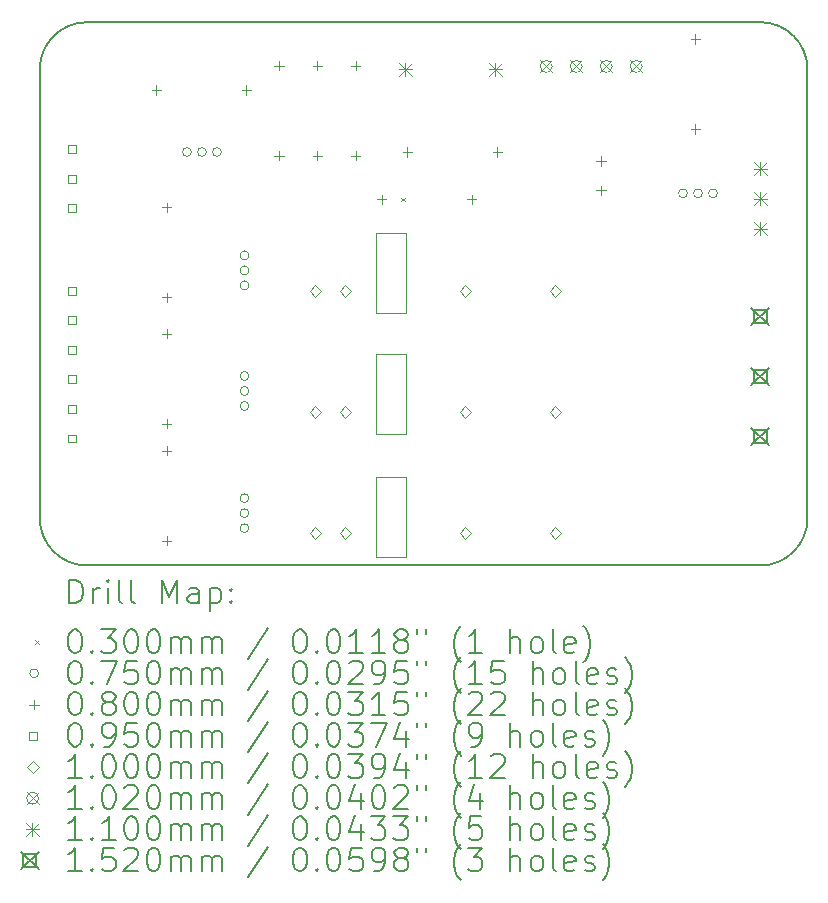
<source format=gbr>
%TF.GenerationSoftware,KiCad,Pcbnew,8.0.5-8.0.5-0~ubuntu24.04.1*%
%TF.CreationDate,2024-09-07T16:26:32-07:00*%
%TF.ProjectId,pifire-relay-pwm-module-SSR-alt,70696669-7265-42d7-9265-6c61792d7077,rev?*%
%TF.SameCoordinates,Original*%
%TF.FileFunction,Drillmap*%
%TF.FilePolarity,Positive*%
%FSLAX45Y45*%
G04 Gerber Fmt 4.5, Leading zero omitted, Abs format (unit mm)*
G04 Created by KiCad (PCBNEW 8.0.5-8.0.5-0~ubuntu24.04.1) date 2024-09-07 16:26:32*
%MOMM*%
%LPD*%
G01*
G04 APERTURE LIST*
%ADD10C,0.050000*%
%ADD11C,0.200000*%
%ADD12C,0.100000*%
%ADD13C,0.102000*%
%ADD14C,0.110000*%
%ADD15C,0.152000*%
G04 APERTURE END LIST*
D10*
X5350000Y-5312500D02*
X5600000Y-5312500D01*
X5600000Y-5987500D01*
X5350000Y-5987500D01*
X5350000Y-5312500D01*
D11*
X9000000Y-2900000D02*
X9000000Y-6700000D01*
X2900000Y-2500000D02*
X8600000Y-2500000D01*
D10*
X5350000Y-6350000D02*
X5600000Y-6350000D01*
X5600000Y-7025000D01*
X5350000Y-7025000D01*
X5350000Y-6350000D01*
X5350000Y-4287500D02*
X5600000Y-4287500D01*
X5600000Y-4962500D01*
X5350000Y-4962500D01*
X5350000Y-4287500D01*
D11*
X8600000Y-2500000D02*
G75*
G02*
X9000000Y-2900000I0J-400000D01*
G01*
X8600000Y-7100000D02*
X2900000Y-7100000D01*
X2500000Y-2900000D02*
G75*
G02*
X2900000Y-2500000I400000J0D01*
G01*
X9000000Y-6700000D02*
G75*
G02*
X8600000Y-7100000I-400000J0D01*
G01*
X2900000Y-7100000D02*
G75*
G02*
X2500000Y-6700000I0J400000D01*
G01*
X2500000Y-6700000D02*
X2500000Y-2900000D01*
D12*
X5560000Y-3985000D02*
X5590000Y-4015000D01*
X5590000Y-3985000D02*
X5560000Y-4015000D01*
X3783500Y-3600000D02*
G75*
G02*
X3708500Y-3600000I-37500J0D01*
G01*
X3708500Y-3600000D02*
G75*
G02*
X3783500Y-3600000I37500J0D01*
G01*
X3910500Y-3600000D02*
G75*
G02*
X3835500Y-3600000I-37500J0D01*
G01*
X3835500Y-3600000D02*
G75*
G02*
X3910500Y-3600000I37500J0D01*
G01*
X4037500Y-3600000D02*
G75*
G02*
X3962500Y-3600000I-37500J0D01*
G01*
X3962500Y-3600000D02*
G75*
G02*
X4037500Y-3600000I37500J0D01*
G01*
X4270750Y-4475000D02*
G75*
G02*
X4195750Y-4475000I-37500J0D01*
G01*
X4195750Y-4475000D02*
G75*
G02*
X4270750Y-4475000I37500J0D01*
G01*
X4270750Y-4602000D02*
G75*
G02*
X4195750Y-4602000I-37500J0D01*
G01*
X4195750Y-4602000D02*
G75*
G02*
X4270750Y-4602000I37500J0D01*
G01*
X4270750Y-4729000D02*
G75*
G02*
X4195750Y-4729000I-37500J0D01*
G01*
X4195750Y-4729000D02*
G75*
G02*
X4270750Y-4729000I37500J0D01*
G01*
X4270750Y-5496000D02*
G75*
G02*
X4195750Y-5496000I-37500J0D01*
G01*
X4195750Y-5496000D02*
G75*
G02*
X4270750Y-5496000I37500J0D01*
G01*
X4270750Y-5623000D02*
G75*
G02*
X4195750Y-5623000I-37500J0D01*
G01*
X4195750Y-5623000D02*
G75*
G02*
X4270750Y-5623000I37500J0D01*
G01*
X4270750Y-5750000D02*
G75*
G02*
X4195750Y-5750000I-37500J0D01*
G01*
X4195750Y-5750000D02*
G75*
G02*
X4270750Y-5750000I37500J0D01*
G01*
X4270750Y-6531250D02*
G75*
G02*
X4195750Y-6531250I-37500J0D01*
G01*
X4195750Y-6531250D02*
G75*
G02*
X4270750Y-6531250I37500J0D01*
G01*
X4270750Y-6658250D02*
G75*
G02*
X4195750Y-6658250I-37500J0D01*
G01*
X4195750Y-6658250D02*
G75*
G02*
X4270750Y-6658250I37500J0D01*
G01*
X4270750Y-6785250D02*
G75*
G02*
X4195750Y-6785250I-37500J0D01*
G01*
X4195750Y-6785250D02*
G75*
G02*
X4270750Y-6785250I37500J0D01*
G01*
X7983500Y-3950000D02*
G75*
G02*
X7908500Y-3950000I-37500J0D01*
G01*
X7908500Y-3950000D02*
G75*
G02*
X7983500Y-3950000I37500J0D01*
G01*
X8110500Y-3950000D02*
G75*
G02*
X8035500Y-3950000I-37500J0D01*
G01*
X8035500Y-3950000D02*
G75*
G02*
X8110500Y-3950000I37500J0D01*
G01*
X8237500Y-3950000D02*
G75*
G02*
X8162500Y-3950000I-37500J0D01*
G01*
X8162500Y-3950000D02*
G75*
G02*
X8237500Y-3950000I37500J0D01*
G01*
X3488000Y-3035000D02*
X3488000Y-3115000D01*
X3448000Y-3075000D02*
X3528000Y-3075000D01*
X3575000Y-4029000D02*
X3575000Y-4109000D01*
X3535000Y-4069000D02*
X3615000Y-4069000D01*
X3575000Y-4791000D02*
X3575000Y-4871000D01*
X3535000Y-4831000D02*
X3615000Y-4831000D01*
X3575000Y-5098000D02*
X3575000Y-5178000D01*
X3535000Y-5138000D02*
X3615000Y-5138000D01*
X3575000Y-5860000D02*
X3575000Y-5940000D01*
X3535000Y-5900000D02*
X3615000Y-5900000D01*
X3575000Y-6087250D02*
X3575000Y-6167250D01*
X3535000Y-6127250D02*
X3615000Y-6127250D01*
X3575000Y-6849250D02*
X3575000Y-6929250D01*
X3535000Y-6889250D02*
X3615000Y-6889250D01*
X4250000Y-3035000D02*
X4250000Y-3115000D01*
X4210000Y-3075000D02*
X4290000Y-3075000D01*
X4525000Y-2829000D02*
X4525000Y-2909000D01*
X4485000Y-2869000D02*
X4565000Y-2869000D01*
X4525000Y-3591000D02*
X4525000Y-3671000D01*
X4485000Y-3631000D02*
X4565000Y-3631000D01*
X4850000Y-2829000D02*
X4850000Y-2909000D01*
X4810000Y-2869000D02*
X4890000Y-2869000D01*
X4850000Y-3591000D02*
X4850000Y-3671000D01*
X4810000Y-3631000D02*
X4890000Y-3631000D01*
X5175000Y-2829000D02*
X5175000Y-2909000D01*
X5135000Y-2869000D02*
X5215000Y-2869000D01*
X5175000Y-3591000D02*
X5175000Y-3671000D01*
X5135000Y-3631000D02*
X5215000Y-3631000D01*
X5394000Y-3960000D02*
X5394000Y-4040000D01*
X5354000Y-4000000D02*
X5434000Y-4000000D01*
X5613000Y-3560000D02*
X5613000Y-3640000D01*
X5573000Y-3600000D02*
X5653000Y-3600000D01*
X6156000Y-3960000D02*
X6156000Y-4040000D01*
X6116000Y-4000000D02*
X6196000Y-4000000D01*
X6375000Y-3560000D02*
X6375000Y-3640000D01*
X6335000Y-3600000D02*
X6415000Y-3600000D01*
X7250000Y-3635000D02*
X7250000Y-3715000D01*
X7210000Y-3675000D02*
X7290000Y-3675000D01*
X7250000Y-3885000D02*
X7250000Y-3965000D01*
X7210000Y-3925000D02*
X7290000Y-3925000D01*
X8050000Y-2604000D02*
X8050000Y-2684000D01*
X8010000Y-2644000D02*
X8090000Y-2644000D01*
X8050000Y-3366000D02*
X8050000Y-3446000D01*
X8010000Y-3406000D02*
X8090000Y-3406000D01*
X2806088Y-4808588D02*
X2806088Y-4741412D01*
X2738912Y-4741412D01*
X2738912Y-4808588D01*
X2806088Y-4808588D01*
X2806088Y-5058588D02*
X2806088Y-4991412D01*
X2738912Y-4991412D01*
X2738912Y-5058588D01*
X2806088Y-5058588D01*
X2806088Y-5308588D02*
X2806088Y-5241412D01*
X2738912Y-5241412D01*
X2738912Y-5308588D01*
X2806088Y-5308588D01*
X2806088Y-5558588D02*
X2806088Y-5491412D01*
X2738912Y-5491412D01*
X2738912Y-5558588D01*
X2806088Y-5558588D01*
X2806088Y-5808588D02*
X2806088Y-5741412D01*
X2738912Y-5741412D01*
X2738912Y-5808588D01*
X2806088Y-5808588D01*
X2806088Y-6058588D02*
X2806088Y-5991412D01*
X2738912Y-5991412D01*
X2738912Y-6058588D01*
X2806088Y-6058588D01*
X2808588Y-3608588D02*
X2808588Y-3541412D01*
X2741412Y-3541412D01*
X2741412Y-3608588D01*
X2808588Y-3608588D01*
X2808588Y-3858588D02*
X2808588Y-3791412D01*
X2741412Y-3791412D01*
X2741412Y-3858588D01*
X2808588Y-3858588D01*
X2808588Y-4108588D02*
X2808588Y-4041412D01*
X2741412Y-4041412D01*
X2741412Y-4108588D01*
X2808588Y-4108588D01*
X4834000Y-4825000D02*
X4884000Y-4775000D01*
X4834000Y-4725000D01*
X4784000Y-4775000D01*
X4834000Y-4825000D01*
X4834000Y-5850000D02*
X4884000Y-5800000D01*
X4834000Y-5750000D01*
X4784000Y-5800000D01*
X4834000Y-5850000D01*
X4834000Y-6875000D02*
X4884000Y-6825000D01*
X4834000Y-6775000D01*
X4784000Y-6825000D01*
X4834000Y-6875000D01*
X5088000Y-4825000D02*
X5138000Y-4775000D01*
X5088000Y-4725000D01*
X5038000Y-4775000D01*
X5088000Y-4825000D01*
X5088000Y-5850000D02*
X5138000Y-5800000D01*
X5088000Y-5750000D01*
X5038000Y-5800000D01*
X5088000Y-5850000D01*
X5088000Y-6875000D02*
X5138000Y-6825000D01*
X5088000Y-6775000D01*
X5038000Y-6825000D01*
X5088000Y-6875000D01*
X6104000Y-4825000D02*
X6154000Y-4775000D01*
X6104000Y-4725000D01*
X6054000Y-4775000D01*
X6104000Y-4825000D01*
X6104000Y-5850000D02*
X6154000Y-5800000D01*
X6104000Y-5750000D01*
X6054000Y-5800000D01*
X6104000Y-5850000D01*
X6104000Y-6875000D02*
X6154000Y-6825000D01*
X6104000Y-6775000D01*
X6054000Y-6825000D01*
X6104000Y-6875000D01*
X6866000Y-4825000D02*
X6916000Y-4775000D01*
X6866000Y-4725000D01*
X6816000Y-4775000D01*
X6866000Y-4825000D01*
X6866000Y-5850000D02*
X6916000Y-5800000D01*
X6866000Y-5750000D01*
X6816000Y-5800000D01*
X6866000Y-5850000D01*
X6866000Y-6875000D02*
X6916000Y-6825000D01*
X6866000Y-6775000D01*
X6816000Y-6825000D01*
X6866000Y-6875000D01*
D13*
X6737000Y-2824000D02*
X6839000Y-2926000D01*
X6839000Y-2824000D02*
X6737000Y-2926000D01*
X6839000Y-2875000D02*
G75*
G02*
X6737000Y-2875000I-51000J0D01*
G01*
X6737000Y-2875000D02*
G75*
G02*
X6839000Y-2875000I51000J0D01*
G01*
X6991000Y-2824000D02*
X7093000Y-2926000D01*
X7093000Y-2824000D02*
X6991000Y-2926000D01*
X7093000Y-2875000D02*
G75*
G02*
X6991000Y-2875000I-51000J0D01*
G01*
X6991000Y-2875000D02*
G75*
G02*
X7093000Y-2875000I51000J0D01*
G01*
X7245000Y-2824000D02*
X7347000Y-2926000D01*
X7347000Y-2824000D02*
X7245000Y-2926000D01*
X7347000Y-2875000D02*
G75*
G02*
X7245000Y-2875000I-51000J0D01*
G01*
X7245000Y-2875000D02*
G75*
G02*
X7347000Y-2875000I51000J0D01*
G01*
X7499000Y-2824000D02*
X7601000Y-2926000D01*
X7601000Y-2824000D02*
X7499000Y-2926000D01*
X7601000Y-2875000D02*
G75*
G02*
X7499000Y-2875000I-51000J0D01*
G01*
X7499000Y-2875000D02*
G75*
G02*
X7601000Y-2875000I51000J0D01*
G01*
D14*
X5539000Y-2845000D02*
X5649000Y-2955000D01*
X5649000Y-2845000D02*
X5539000Y-2955000D01*
X5594000Y-2845000D02*
X5594000Y-2955000D01*
X5539000Y-2900000D02*
X5649000Y-2900000D01*
X6301000Y-2845000D02*
X6411000Y-2955000D01*
X6411000Y-2845000D02*
X6301000Y-2955000D01*
X6356000Y-2845000D02*
X6356000Y-2955000D01*
X6301000Y-2900000D02*
X6411000Y-2900000D01*
X8545000Y-3687000D02*
X8655000Y-3797000D01*
X8655000Y-3687000D02*
X8545000Y-3797000D01*
X8600000Y-3687000D02*
X8600000Y-3797000D01*
X8545000Y-3742000D02*
X8655000Y-3742000D01*
X8545000Y-3941000D02*
X8655000Y-4051000D01*
X8655000Y-3941000D02*
X8545000Y-4051000D01*
X8600000Y-3941000D02*
X8600000Y-4051000D01*
X8545000Y-3996000D02*
X8655000Y-3996000D01*
X8545000Y-4195000D02*
X8655000Y-4305000D01*
X8655000Y-4195000D02*
X8545000Y-4305000D01*
X8600000Y-4195000D02*
X8600000Y-4305000D01*
X8545000Y-4250000D02*
X8655000Y-4250000D01*
D15*
X8524000Y-4916000D02*
X8676000Y-5068000D01*
X8676000Y-4916000D02*
X8524000Y-5068000D01*
X8653741Y-5045741D02*
X8653741Y-4938259D01*
X8546259Y-4938259D01*
X8546259Y-5045741D01*
X8653741Y-5045741D01*
X8524000Y-5424000D02*
X8676000Y-5576000D01*
X8676000Y-5424000D02*
X8524000Y-5576000D01*
X8653741Y-5553741D02*
X8653741Y-5446259D01*
X8546259Y-5446259D01*
X8546259Y-5553741D01*
X8653741Y-5553741D01*
X8524000Y-5932000D02*
X8676000Y-6084000D01*
X8676000Y-5932000D02*
X8524000Y-6084000D01*
X8653741Y-6061741D02*
X8653741Y-5954259D01*
X8546259Y-5954259D01*
X8546259Y-6061741D01*
X8653741Y-6061741D01*
D11*
X2750777Y-7421484D02*
X2750777Y-7221484D01*
X2750777Y-7221484D02*
X2798396Y-7221484D01*
X2798396Y-7221484D02*
X2826967Y-7231008D01*
X2826967Y-7231008D02*
X2846015Y-7250055D01*
X2846015Y-7250055D02*
X2855539Y-7269103D01*
X2855539Y-7269103D02*
X2865062Y-7307198D01*
X2865062Y-7307198D02*
X2865062Y-7335769D01*
X2865062Y-7335769D02*
X2855539Y-7373865D01*
X2855539Y-7373865D02*
X2846015Y-7392912D01*
X2846015Y-7392912D02*
X2826967Y-7411960D01*
X2826967Y-7411960D02*
X2798396Y-7421484D01*
X2798396Y-7421484D02*
X2750777Y-7421484D01*
X2950777Y-7421484D02*
X2950777Y-7288150D01*
X2950777Y-7326246D02*
X2960301Y-7307198D01*
X2960301Y-7307198D02*
X2969824Y-7297674D01*
X2969824Y-7297674D02*
X2988872Y-7288150D01*
X2988872Y-7288150D02*
X3007920Y-7288150D01*
X3074586Y-7421484D02*
X3074586Y-7288150D01*
X3074586Y-7221484D02*
X3065062Y-7231008D01*
X3065062Y-7231008D02*
X3074586Y-7240531D01*
X3074586Y-7240531D02*
X3084110Y-7231008D01*
X3084110Y-7231008D02*
X3074586Y-7221484D01*
X3074586Y-7221484D02*
X3074586Y-7240531D01*
X3198396Y-7421484D02*
X3179348Y-7411960D01*
X3179348Y-7411960D02*
X3169824Y-7392912D01*
X3169824Y-7392912D02*
X3169824Y-7221484D01*
X3303158Y-7421484D02*
X3284110Y-7411960D01*
X3284110Y-7411960D02*
X3274586Y-7392912D01*
X3274586Y-7392912D02*
X3274586Y-7221484D01*
X3531729Y-7421484D02*
X3531729Y-7221484D01*
X3531729Y-7221484D02*
X3598396Y-7364341D01*
X3598396Y-7364341D02*
X3665062Y-7221484D01*
X3665062Y-7221484D02*
X3665062Y-7421484D01*
X3846015Y-7421484D02*
X3846015Y-7316722D01*
X3846015Y-7316722D02*
X3836491Y-7297674D01*
X3836491Y-7297674D02*
X3817443Y-7288150D01*
X3817443Y-7288150D02*
X3779348Y-7288150D01*
X3779348Y-7288150D02*
X3760301Y-7297674D01*
X3846015Y-7411960D02*
X3826967Y-7421484D01*
X3826967Y-7421484D02*
X3779348Y-7421484D01*
X3779348Y-7421484D02*
X3760301Y-7411960D01*
X3760301Y-7411960D02*
X3750777Y-7392912D01*
X3750777Y-7392912D02*
X3750777Y-7373865D01*
X3750777Y-7373865D02*
X3760301Y-7354817D01*
X3760301Y-7354817D02*
X3779348Y-7345293D01*
X3779348Y-7345293D02*
X3826967Y-7345293D01*
X3826967Y-7345293D02*
X3846015Y-7335769D01*
X3941253Y-7288150D02*
X3941253Y-7488150D01*
X3941253Y-7297674D02*
X3960301Y-7288150D01*
X3960301Y-7288150D02*
X3998396Y-7288150D01*
X3998396Y-7288150D02*
X4017443Y-7297674D01*
X4017443Y-7297674D02*
X4026967Y-7307198D01*
X4026967Y-7307198D02*
X4036491Y-7326246D01*
X4036491Y-7326246D02*
X4036491Y-7383388D01*
X4036491Y-7383388D02*
X4026967Y-7402436D01*
X4026967Y-7402436D02*
X4017443Y-7411960D01*
X4017443Y-7411960D02*
X3998396Y-7421484D01*
X3998396Y-7421484D02*
X3960301Y-7421484D01*
X3960301Y-7421484D02*
X3941253Y-7411960D01*
X4122205Y-7402436D02*
X4131729Y-7411960D01*
X4131729Y-7411960D02*
X4122205Y-7421484D01*
X4122205Y-7421484D02*
X4112682Y-7411960D01*
X4112682Y-7411960D02*
X4122205Y-7402436D01*
X4122205Y-7402436D02*
X4122205Y-7421484D01*
X4122205Y-7297674D02*
X4131729Y-7307198D01*
X4131729Y-7307198D02*
X4122205Y-7316722D01*
X4122205Y-7316722D02*
X4112682Y-7307198D01*
X4112682Y-7307198D02*
X4122205Y-7297674D01*
X4122205Y-7297674D02*
X4122205Y-7316722D01*
D12*
X2460000Y-7735000D02*
X2490000Y-7765000D01*
X2490000Y-7735000D02*
X2460000Y-7765000D01*
D11*
X2788872Y-7641484D02*
X2807920Y-7641484D01*
X2807920Y-7641484D02*
X2826967Y-7651008D01*
X2826967Y-7651008D02*
X2836491Y-7660531D01*
X2836491Y-7660531D02*
X2846015Y-7679579D01*
X2846015Y-7679579D02*
X2855539Y-7717674D01*
X2855539Y-7717674D02*
X2855539Y-7765293D01*
X2855539Y-7765293D02*
X2846015Y-7803388D01*
X2846015Y-7803388D02*
X2836491Y-7822436D01*
X2836491Y-7822436D02*
X2826967Y-7831960D01*
X2826967Y-7831960D02*
X2807920Y-7841484D01*
X2807920Y-7841484D02*
X2788872Y-7841484D01*
X2788872Y-7841484D02*
X2769824Y-7831960D01*
X2769824Y-7831960D02*
X2760301Y-7822436D01*
X2760301Y-7822436D02*
X2750777Y-7803388D01*
X2750777Y-7803388D02*
X2741253Y-7765293D01*
X2741253Y-7765293D02*
X2741253Y-7717674D01*
X2741253Y-7717674D02*
X2750777Y-7679579D01*
X2750777Y-7679579D02*
X2760301Y-7660531D01*
X2760301Y-7660531D02*
X2769824Y-7651008D01*
X2769824Y-7651008D02*
X2788872Y-7641484D01*
X2941253Y-7822436D02*
X2950777Y-7831960D01*
X2950777Y-7831960D02*
X2941253Y-7841484D01*
X2941253Y-7841484D02*
X2931729Y-7831960D01*
X2931729Y-7831960D02*
X2941253Y-7822436D01*
X2941253Y-7822436D02*
X2941253Y-7841484D01*
X3017443Y-7641484D02*
X3141253Y-7641484D01*
X3141253Y-7641484D02*
X3074586Y-7717674D01*
X3074586Y-7717674D02*
X3103158Y-7717674D01*
X3103158Y-7717674D02*
X3122205Y-7727198D01*
X3122205Y-7727198D02*
X3131729Y-7736722D01*
X3131729Y-7736722D02*
X3141253Y-7755769D01*
X3141253Y-7755769D02*
X3141253Y-7803388D01*
X3141253Y-7803388D02*
X3131729Y-7822436D01*
X3131729Y-7822436D02*
X3122205Y-7831960D01*
X3122205Y-7831960D02*
X3103158Y-7841484D01*
X3103158Y-7841484D02*
X3046015Y-7841484D01*
X3046015Y-7841484D02*
X3026967Y-7831960D01*
X3026967Y-7831960D02*
X3017443Y-7822436D01*
X3265062Y-7641484D02*
X3284110Y-7641484D01*
X3284110Y-7641484D02*
X3303158Y-7651008D01*
X3303158Y-7651008D02*
X3312682Y-7660531D01*
X3312682Y-7660531D02*
X3322205Y-7679579D01*
X3322205Y-7679579D02*
X3331729Y-7717674D01*
X3331729Y-7717674D02*
X3331729Y-7765293D01*
X3331729Y-7765293D02*
X3322205Y-7803388D01*
X3322205Y-7803388D02*
X3312682Y-7822436D01*
X3312682Y-7822436D02*
X3303158Y-7831960D01*
X3303158Y-7831960D02*
X3284110Y-7841484D01*
X3284110Y-7841484D02*
X3265062Y-7841484D01*
X3265062Y-7841484D02*
X3246015Y-7831960D01*
X3246015Y-7831960D02*
X3236491Y-7822436D01*
X3236491Y-7822436D02*
X3226967Y-7803388D01*
X3226967Y-7803388D02*
X3217443Y-7765293D01*
X3217443Y-7765293D02*
X3217443Y-7717674D01*
X3217443Y-7717674D02*
X3226967Y-7679579D01*
X3226967Y-7679579D02*
X3236491Y-7660531D01*
X3236491Y-7660531D02*
X3246015Y-7651008D01*
X3246015Y-7651008D02*
X3265062Y-7641484D01*
X3455539Y-7641484D02*
X3474586Y-7641484D01*
X3474586Y-7641484D02*
X3493634Y-7651008D01*
X3493634Y-7651008D02*
X3503158Y-7660531D01*
X3503158Y-7660531D02*
X3512682Y-7679579D01*
X3512682Y-7679579D02*
X3522205Y-7717674D01*
X3522205Y-7717674D02*
X3522205Y-7765293D01*
X3522205Y-7765293D02*
X3512682Y-7803388D01*
X3512682Y-7803388D02*
X3503158Y-7822436D01*
X3503158Y-7822436D02*
X3493634Y-7831960D01*
X3493634Y-7831960D02*
X3474586Y-7841484D01*
X3474586Y-7841484D02*
X3455539Y-7841484D01*
X3455539Y-7841484D02*
X3436491Y-7831960D01*
X3436491Y-7831960D02*
X3426967Y-7822436D01*
X3426967Y-7822436D02*
X3417443Y-7803388D01*
X3417443Y-7803388D02*
X3407920Y-7765293D01*
X3407920Y-7765293D02*
X3407920Y-7717674D01*
X3407920Y-7717674D02*
X3417443Y-7679579D01*
X3417443Y-7679579D02*
X3426967Y-7660531D01*
X3426967Y-7660531D02*
X3436491Y-7651008D01*
X3436491Y-7651008D02*
X3455539Y-7641484D01*
X3607920Y-7841484D02*
X3607920Y-7708150D01*
X3607920Y-7727198D02*
X3617443Y-7717674D01*
X3617443Y-7717674D02*
X3636491Y-7708150D01*
X3636491Y-7708150D02*
X3665063Y-7708150D01*
X3665063Y-7708150D02*
X3684110Y-7717674D01*
X3684110Y-7717674D02*
X3693634Y-7736722D01*
X3693634Y-7736722D02*
X3693634Y-7841484D01*
X3693634Y-7736722D02*
X3703158Y-7717674D01*
X3703158Y-7717674D02*
X3722205Y-7708150D01*
X3722205Y-7708150D02*
X3750777Y-7708150D01*
X3750777Y-7708150D02*
X3769824Y-7717674D01*
X3769824Y-7717674D02*
X3779348Y-7736722D01*
X3779348Y-7736722D02*
X3779348Y-7841484D01*
X3874586Y-7841484D02*
X3874586Y-7708150D01*
X3874586Y-7727198D02*
X3884110Y-7717674D01*
X3884110Y-7717674D02*
X3903158Y-7708150D01*
X3903158Y-7708150D02*
X3931729Y-7708150D01*
X3931729Y-7708150D02*
X3950777Y-7717674D01*
X3950777Y-7717674D02*
X3960301Y-7736722D01*
X3960301Y-7736722D02*
X3960301Y-7841484D01*
X3960301Y-7736722D02*
X3969824Y-7717674D01*
X3969824Y-7717674D02*
X3988872Y-7708150D01*
X3988872Y-7708150D02*
X4017443Y-7708150D01*
X4017443Y-7708150D02*
X4036491Y-7717674D01*
X4036491Y-7717674D02*
X4046015Y-7736722D01*
X4046015Y-7736722D02*
X4046015Y-7841484D01*
X4436491Y-7631960D02*
X4265063Y-7889103D01*
X4693634Y-7641484D02*
X4712682Y-7641484D01*
X4712682Y-7641484D02*
X4731729Y-7651008D01*
X4731729Y-7651008D02*
X4741253Y-7660531D01*
X4741253Y-7660531D02*
X4750777Y-7679579D01*
X4750777Y-7679579D02*
X4760301Y-7717674D01*
X4760301Y-7717674D02*
X4760301Y-7765293D01*
X4760301Y-7765293D02*
X4750777Y-7803388D01*
X4750777Y-7803388D02*
X4741253Y-7822436D01*
X4741253Y-7822436D02*
X4731729Y-7831960D01*
X4731729Y-7831960D02*
X4712682Y-7841484D01*
X4712682Y-7841484D02*
X4693634Y-7841484D01*
X4693634Y-7841484D02*
X4674587Y-7831960D01*
X4674587Y-7831960D02*
X4665063Y-7822436D01*
X4665063Y-7822436D02*
X4655539Y-7803388D01*
X4655539Y-7803388D02*
X4646015Y-7765293D01*
X4646015Y-7765293D02*
X4646015Y-7717674D01*
X4646015Y-7717674D02*
X4655539Y-7679579D01*
X4655539Y-7679579D02*
X4665063Y-7660531D01*
X4665063Y-7660531D02*
X4674587Y-7651008D01*
X4674587Y-7651008D02*
X4693634Y-7641484D01*
X4846015Y-7822436D02*
X4855539Y-7831960D01*
X4855539Y-7831960D02*
X4846015Y-7841484D01*
X4846015Y-7841484D02*
X4836491Y-7831960D01*
X4836491Y-7831960D02*
X4846015Y-7822436D01*
X4846015Y-7822436D02*
X4846015Y-7841484D01*
X4979348Y-7641484D02*
X4998396Y-7641484D01*
X4998396Y-7641484D02*
X5017444Y-7651008D01*
X5017444Y-7651008D02*
X5026968Y-7660531D01*
X5026968Y-7660531D02*
X5036491Y-7679579D01*
X5036491Y-7679579D02*
X5046015Y-7717674D01*
X5046015Y-7717674D02*
X5046015Y-7765293D01*
X5046015Y-7765293D02*
X5036491Y-7803388D01*
X5036491Y-7803388D02*
X5026968Y-7822436D01*
X5026968Y-7822436D02*
X5017444Y-7831960D01*
X5017444Y-7831960D02*
X4998396Y-7841484D01*
X4998396Y-7841484D02*
X4979348Y-7841484D01*
X4979348Y-7841484D02*
X4960301Y-7831960D01*
X4960301Y-7831960D02*
X4950777Y-7822436D01*
X4950777Y-7822436D02*
X4941253Y-7803388D01*
X4941253Y-7803388D02*
X4931729Y-7765293D01*
X4931729Y-7765293D02*
X4931729Y-7717674D01*
X4931729Y-7717674D02*
X4941253Y-7679579D01*
X4941253Y-7679579D02*
X4950777Y-7660531D01*
X4950777Y-7660531D02*
X4960301Y-7651008D01*
X4960301Y-7651008D02*
X4979348Y-7641484D01*
X5236491Y-7841484D02*
X5122206Y-7841484D01*
X5179348Y-7841484D02*
X5179348Y-7641484D01*
X5179348Y-7641484D02*
X5160301Y-7670055D01*
X5160301Y-7670055D02*
X5141253Y-7689103D01*
X5141253Y-7689103D02*
X5122206Y-7698627D01*
X5426968Y-7841484D02*
X5312682Y-7841484D01*
X5369825Y-7841484D02*
X5369825Y-7641484D01*
X5369825Y-7641484D02*
X5350777Y-7670055D01*
X5350777Y-7670055D02*
X5331729Y-7689103D01*
X5331729Y-7689103D02*
X5312682Y-7698627D01*
X5541253Y-7727198D02*
X5522206Y-7717674D01*
X5522206Y-7717674D02*
X5512682Y-7708150D01*
X5512682Y-7708150D02*
X5503158Y-7689103D01*
X5503158Y-7689103D02*
X5503158Y-7679579D01*
X5503158Y-7679579D02*
X5512682Y-7660531D01*
X5512682Y-7660531D02*
X5522206Y-7651008D01*
X5522206Y-7651008D02*
X5541253Y-7641484D01*
X5541253Y-7641484D02*
X5579349Y-7641484D01*
X5579349Y-7641484D02*
X5598396Y-7651008D01*
X5598396Y-7651008D02*
X5607920Y-7660531D01*
X5607920Y-7660531D02*
X5617444Y-7679579D01*
X5617444Y-7679579D02*
X5617444Y-7689103D01*
X5617444Y-7689103D02*
X5607920Y-7708150D01*
X5607920Y-7708150D02*
X5598396Y-7717674D01*
X5598396Y-7717674D02*
X5579349Y-7727198D01*
X5579349Y-7727198D02*
X5541253Y-7727198D01*
X5541253Y-7727198D02*
X5522206Y-7736722D01*
X5522206Y-7736722D02*
X5512682Y-7746246D01*
X5512682Y-7746246D02*
X5503158Y-7765293D01*
X5503158Y-7765293D02*
X5503158Y-7803388D01*
X5503158Y-7803388D02*
X5512682Y-7822436D01*
X5512682Y-7822436D02*
X5522206Y-7831960D01*
X5522206Y-7831960D02*
X5541253Y-7841484D01*
X5541253Y-7841484D02*
X5579349Y-7841484D01*
X5579349Y-7841484D02*
X5598396Y-7831960D01*
X5598396Y-7831960D02*
X5607920Y-7822436D01*
X5607920Y-7822436D02*
X5617444Y-7803388D01*
X5617444Y-7803388D02*
X5617444Y-7765293D01*
X5617444Y-7765293D02*
X5607920Y-7746246D01*
X5607920Y-7746246D02*
X5598396Y-7736722D01*
X5598396Y-7736722D02*
X5579349Y-7727198D01*
X5693634Y-7641484D02*
X5693634Y-7679579D01*
X5769825Y-7641484D02*
X5769825Y-7679579D01*
X6065063Y-7917674D02*
X6055539Y-7908150D01*
X6055539Y-7908150D02*
X6036491Y-7879579D01*
X6036491Y-7879579D02*
X6026968Y-7860531D01*
X6026968Y-7860531D02*
X6017444Y-7831960D01*
X6017444Y-7831960D02*
X6007920Y-7784341D01*
X6007920Y-7784341D02*
X6007920Y-7746246D01*
X6007920Y-7746246D02*
X6017444Y-7698627D01*
X6017444Y-7698627D02*
X6026968Y-7670055D01*
X6026968Y-7670055D02*
X6036491Y-7651008D01*
X6036491Y-7651008D02*
X6055539Y-7622436D01*
X6055539Y-7622436D02*
X6065063Y-7612912D01*
X6246015Y-7841484D02*
X6131729Y-7841484D01*
X6188872Y-7841484D02*
X6188872Y-7641484D01*
X6188872Y-7641484D02*
X6169825Y-7670055D01*
X6169825Y-7670055D02*
X6150777Y-7689103D01*
X6150777Y-7689103D02*
X6131729Y-7698627D01*
X6484110Y-7841484D02*
X6484110Y-7641484D01*
X6569825Y-7841484D02*
X6569825Y-7736722D01*
X6569825Y-7736722D02*
X6560301Y-7717674D01*
X6560301Y-7717674D02*
X6541253Y-7708150D01*
X6541253Y-7708150D02*
X6512682Y-7708150D01*
X6512682Y-7708150D02*
X6493634Y-7717674D01*
X6493634Y-7717674D02*
X6484110Y-7727198D01*
X6693634Y-7841484D02*
X6674587Y-7831960D01*
X6674587Y-7831960D02*
X6665063Y-7822436D01*
X6665063Y-7822436D02*
X6655539Y-7803388D01*
X6655539Y-7803388D02*
X6655539Y-7746246D01*
X6655539Y-7746246D02*
X6665063Y-7727198D01*
X6665063Y-7727198D02*
X6674587Y-7717674D01*
X6674587Y-7717674D02*
X6693634Y-7708150D01*
X6693634Y-7708150D02*
X6722206Y-7708150D01*
X6722206Y-7708150D02*
X6741253Y-7717674D01*
X6741253Y-7717674D02*
X6750777Y-7727198D01*
X6750777Y-7727198D02*
X6760301Y-7746246D01*
X6760301Y-7746246D02*
X6760301Y-7803388D01*
X6760301Y-7803388D02*
X6750777Y-7822436D01*
X6750777Y-7822436D02*
X6741253Y-7831960D01*
X6741253Y-7831960D02*
X6722206Y-7841484D01*
X6722206Y-7841484D02*
X6693634Y-7841484D01*
X6874587Y-7841484D02*
X6855539Y-7831960D01*
X6855539Y-7831960D02*
X6846015Y-7812912D01*
X6846015Y-7812912D02*
X6846015Y-7641484D01*
X7026968Y-7831960D02*
X7007920Y-7841484D01*
X7007920Y-7841484D02*
X6969825Y-7841484D01*
X6969825Y-7841484D02*
X6950777Y-7831960D01*
X6950777Y-7831960D02*
X6941253Y-7812912D01*
X6941253Y-7812912D02*
X6941253Y-7736722D01*
X6941253Y-7736722D02*
X6950777Y-7717674D01*
X6950777Y-7717674D02*
X6969825Y-7708150D01*
X6969825Y-7708150D02*
X7007920Y-7708150D01*
X7007920Y-7708150D02*
X7026968Y-7717674D01*
X7026968Y-7717674D02*
X7036491Y-7736722D01*
X7036491Y-7736722D02*
X7036491Y-7755769D01*
X7036491Y-7755769D02*
X6941253Y-7774817D01*
X7103158Y-7917674D02*
X7112682Y-7908150D01*
X7112682Y-7908150D02*
X7131730Y-7879579D01*
X7131730Y-7879579D02*
X7141253Y-7860531D01*
X7141253Y-7860531D02*
X7150777Y-7831960D01*
X7150777Y-7831960D02*
X7160301Y-7784341D01*
X7160301Y-7784341D02*
X7160301Y-7746246D01*
X7160301Y-7746246D02*
X7150777Y-7698627D01*
X7150777Y-7698627D02*
X7141253Y-7670055D01*
X7141253Y-7670055D02*
X7131730Y-7651008D01*
X7131730Y-7651008D02*
X7112682Y-7622436D01*
X7112682Y-7622436D02*
X7103158Y-7612912D01*
D12*
X2490000Y-8014000D02*
G75*
G02*
X2415000Y-8014000I-37500J0D01*
G01*
X2415000Y-8014000D02*
G75*
G02*
X2490000Y-8014000I37500J0D01*
G01*
D11*
X2788872Y-7905484D02*
X2807920Y-7905484D01*
X2807920Y-7905484D02*
X2826967Y-7915008D01*
X2826967Y-7915008D02*
X2836491Y-7924531D01*
X2836491Y-7924531D02*
X2846015Y-7943579D01*
X2846015Y-7943579D02*
X2855539Y-7981674D01*
X2855539Y-7981674D02*
X2855539Y-8029293D01*
X2855539Y-8029293D02*
X2846015Y-8067388D01*
X2846015Y-8067388D02*
X2836491Y-8086436D01*
X2836491Y-8086436D02*
X2826967Y-8095960D01*
X2826967Y-8095960D02*
X2807920Y-8105484D01*
X2807920Y-8105484D02*
X2788872Y-8105484D01*
X2788872Y-8105484D02*
X2769824Y-8095960D01*
X2769824Y-8095960D02*
X2760301Y-8086436D01*
X2760301Y-8086436D02*
X2750777Y-8067388D01*
X2750777Y-8067388D02*
X2741253Y-8029293D01*
X2741253Y-8029293D02*
X2741253Y-7981674D01*
X2741253Y-7981674D02*
X2750777Y-7943579D01*
X2750777Y-7943579D02*
X2760301Y-7924531D01*
X2760301Y-7924531D02*
X2769824Y-7915008D01*
X2769824Y-7915008D02*
X2788872Y-7905484D01*
X2941253Y-8086436D02*
X2950777Y-8095960D01*
X2950777Y-8095960D02*
X2941253Y-8105484D01*
X2941253Y-8105484D02*
X2931729Y-8095960D01*
X2931729Y-8095960D02*
X2941253Y-8086436D01*
X2941253Y-8086436D02*
X2941253Y-8105484D01*
X3017443Y-7905484D02*
X3150777Y-7905484D01*
X3150777Y-7905484D02*
X3065062Y-8105484D01*
X3322205Y-7905484D02*
X3226967Y-7905484D01*
X3226967Y-7905484D02*
X3217443Y-8000722D01*
X3217443Y-8000722D02*
X3226967Y-7991198D01*
X3226967Y-7991198D02*
X3246015Y-7981674D01*
X3246015Y-7981674D02*
X3293634Y-7981674D01*
X3293634Y-7981674D02*
X3312682Y-7991198D01*
X3312682Y-7991198D02*
X3322205Y-8000722D01*
X3322205Y-8000722D02*
X3331729Y-8019769D01*
X3331729Y-8019769D02*
X3331729Y-8067388D01*
X3331729Y-8067388D02*
X3322205Y-8086436D01*
X3322205Y-8086436D02*
X3312682Y-8095960D01*
X3312682Y-8095960D02*
X3293634Y-8105484D01*
X3293634Y-8105484D02*
X3246015Y-8105484D01*
X3246015Y-8105484D02*
X3226967Y-8095960D01*
X3226967Y-8095960D02*
X3217443Y-8086436D01*
X3455539Y-7905484D02*
X3474586Y-7905484D01*
X3474586Y-7905484D02*
X3493634Y-7915008D01*
X3493634Y-7915008D02*
X3503158Y-7924531D01*
X3503158Y-7924531D02*
X3512682Y-7943579D01*
X3512682Y-7943579D02*
X3522205Y-7981674D01*
X3522205Y-7981674D02*
X3522205Y-8029293D01*
X3522205Y-8029293D02*
X3512682Y-8067388D01*
X3512682Y-8067388D02*
X3503158Y-8086436D01*
X3503158Y-8086436D02*
X3493634Y-8095960D01*
X3493634Y-8095960D02*
X3474586Y-8105484D01*
X3474586Y-8105484D02*
X3455539Y-8105484D01*
X3455539Y-8105484D02*
X3436491Y-8095960D01*
X3436491Y-8095960D02*
X3426967Y-8086436D01*
X3426967Y-8086436D02*
X3417443Y-8067388D01*
X3417443Y-8067388D02*
X3407920Y-8029293D01*
X3407920Y-8029293D02*
X3407920Y-7981674D01*
X3407920Y-7981674D02*
X3417443Y-7943579D01*
X3417443Y-7943579D02*
X3426967Y-7924531D01*
X3426967Y-7924531D02*
X3436491Y-7915008D01*
X3436491Y-7915008D02*
X3455539Y-7905484D01*
X3607920Y-8105484D02*
X3607920Y-7972150D01*
X3607920Y-7991198D02*
X3617443Y-7981674D01*
X3617443Y-7981674D02*
X3636491Y-7972150D01*
X3636491Y-7972150D02*
X3665063Y-7972150D01*
X3665063Y-7972150D02*
X3684110Y-7981674D01*
X3684110Y-7981674D02*
X3693634Y-8000722D01*
X3693634Y-8000722D02*
X3693634Y-8105484D01*
X3693634Y-8000722D02*
X3703158Y-7981674D01*
X3703158Y-7981674D02*
X3722205Y-7972150D01*
X3722205Y-7972150D02*
X3750777Y-7972150D01*
X3750777Y-7972150D02*
X3769824Y-7981674D01*
X3769824Y-7981674D02*
X3779348Y-8000722D01*
X3779348Y-8000722D02*
X3779348Y-8105484D01*
X3874586Y-8105484D02*
X3874586Y-7972150D01*
X3874586Y-7991198D02*
X3884110Y-7981674D01*
X3884110Y-7981674D02*
X3903158Y-7972150D01*
X3903158Y-7972150D02*
X3931729Y-7972150D01*
X3931729Y-7972150D02*
X3950777Y-7981674D01*
X3950777Y-7981674D02*
X3960301Y-8000722D01*
X3960301Y-8000722D02*
X3960301Y-8105484D01*
X3960301Y-8000722D02*
X3969824Y-7981674D01*
X3969824Y-7981674D02*
X3988872Y-7972150D01*
X3988872Y-7972150D02*
X4017443Y-7972150D01*
X4017443Y-7972150D02*
X4036491Y-7981674D01*
X4036491Y-7981674D02*
X4046015Y-8000722D01*
X4046015Y-8000722D02*
X4046015Y-8105484D01*
X4436491Y-7895960D02*
X4265063Y-8153103D01*
X4693634Y-7905484D02*
X4712682Y-7905484D01*
X4712682Y-7905484D02*
X4731729Y-7915008D01*
X4731729Y-7915008D02*
X4741253Y-7924531D01*
X4741253Y-7924531D02*
X4750777Y-7943579D01*
X4750777Y-7943579D02*
X4760301Y-7981674D01*
X4760301Y-7981674D02*
X4760301Y-8029293D01*
X4760301Y-8029293D02*
X4750777Y-8067388D01*
X4750777Y-8067388D02*
X4741253Y-8086436D01*
X4741253Y-8086436D02*
X4731729Y-8095960D01*
X4731729Y-8095960D02*
X4712682Y-8105484D01*
X4712682Y-8105484D02*
X4693634Y-8105484D01*
X4693634Y-8105484D02*
X4674587Y-8095960D01*
X4674587Y-8095960D02*
X4665063Y-8086436D01*
X4665063Y-8086436D02*
X4655539Y-8067388D01*
X4655539Y-8067388D02*
X4646015Y-8029293D01*
X4646015Y-8029293D02*
X4646015Y-7981674D01*
X4646015Y-7981674D02*
X4655539Y-7943579D01*
X4655539Y-7943579D02*
X4665063Y-7924531D01*
X4665063Y-7924531D02*
X4674587Y-7915008D01*
X4674587Y-7915008D02*
X4693634Y-7905484D01*
X4846015Y-8086436D02*
X4855539Y-8095960D01*
X4855539Y-8095960D02*
X4846015Y-8105484D01*
X4846015Y-8105484D02*
X4836491Y-8095960D01*
X4836491Y-8095960D02*
X4846015Y-8086436D01*
X4846015Y-8086436D02*
X4846015Y-8105484D01*
X4979348Y-7905484D02*
X4998396Y-7905484D01*
X4998396Y-7905484D02*
X5017444Y-7915008D01*
X5017444Y-7915008D02*
X5026968Y-7924531D01*
X5026968Y-7924531D02*
X5036491Y-7943579D01*
X5036491Y-7943579D02*
X5046015Y-7981674D01*
X5046015Y-7981674D02*
X5046015Y-8029293D01*
X5046015Y-8029293D02*
X5036491Y-8067388D01*
X5036491Y-8067388D02*
X5026968Y-8086436D01*
X5026968Y-8086436D02*
X5017444Y-8095960D01*
X5017444Y-8095960D02*
X4998396Y-8105484D01*
X4998396Y-8105484D02*
X4979348Y-8105484D01*
X4979348Y-8105484D02*
X4960301Y-8095960D01*
X4960301Y-8095960D02*
X4950777Y-8086436D01*
X4950777Y-8086436D02*
X4941253Y-8067388D01*
X4941253Y-8067388D02*
X4931729Y-8029293D01*
X4931729Y-8029293D02*
X4931729Y-7981674D01*
X4931729Y-7981674D02*
X4941253Y-7943579D01*
X4941253Y-7943579D02*
X4950777Y-7924531D01*
X4950777Y-7924531D02*
X4960301Y-7915008D01*
X4960301Y-7915008D02*
X4979348Y-7905484D01*
X5122206Y-7924531D02*
X5131729Y-7915008D01*
X5131729Y-7915008D02*
X5150777Y-7905484D01*
X5150777Y-7905484D02*
X5198396Y-7905484D01*
X5198396Y-7905484D02*
X5217444Y-7915008D01*
X5217444Y-7915008D02*
X5226968Y-7924531D01*
X5226968Y-7924531D02*
X5236491Y-7943579D01*
X5236491Y-7943579D02*
X5236491Y-7962627D01*
X5236491Y-7962627D02*
X5226968Y-7991198D01*
X5226968Y-7991198D02*
X5112682Y-8105484D01*
X5112682Y-8105484D02*
X5236491Y-8105484D01*
X5331729Y-8105484D02*
X5369825Y-8105484D01*
X5369825Y-8105484D02*
X5388872Y-8095960D01*
X5388872Y-8095960D02*
X5398396Y-8086436D01*
X5398396Y-8086436D02*
X5417444Y-8057865D01*
X5417444Y-8057865D02*
X5426968Y-8019769D01*
X5426968Y-8019769D02*
X5426968Y-7943579D01*
X5426968Y-7943579D02*
X5417444Y-7924531D01*
X5417444Y-7924531D02*
X5407920Y-7915008D01*
X5407920Y-7915008D02*
X5388872Y-7905484D01*
X5388872Y-7905484D02*
X5350777Y-7905484D01*
X5350777Y-7905484D02*
X5331729Y-7915008D01*
X5331729Y-7915008D02*
X5322206Y-7924531D01*
X5322206Y-7924531D02*
X5312682Y-7943579D01*
X5312682Y-7943579D02*
X5312682Y-7991198D01*
X5312682Y-7991198D02*
X5322206Y-8010246D01*
X5322206Y-8010246D02*
X5331729Y-8019769D01*
X5331729Y-8019769D02*
X5350777Y-8029293D01*
X5350777Y-8029293D02*
X5388872Y-8029293D01*
X5388872Y-8029293D02*
X5407920Y-8019769D01*
X5407920Y-8019769D02*
X5417444Y-8010246D01*
X5417444Y-8010246D02*
X5426968Y-7991198D01*
X5607920Y-7905484D02*
X5512682Y-7905484D01*
X5512682Y-7905484D02*
X5503158Y-8000722D01*
X5503158Y-8000722D02*
X5512682Y-7991198D01*
X5512682Y-7991198D02*
X5531729Y-7981674D01*
X5531729Y-7981674D02*
X5579349Y-7981674D01*
X5579349Y-7981674D02*
X5598396Y-7991198D01*
X5598396Y-7991198D02*
X5607920Y-8000722D01*
X5607920Y-8000722D02*
X5617444Y-8019769D01*
X5617444Y-8019769D02*
X5617444Y-8067388D01*
X5617444Y-8067388D02*
X5607920Y-8086436D01*
X5607920Y-8086436D02*
X5598396Y-8095960D01*
X5598396Y-8095960D02*
X5579349Y-8105484D01*
X5579349Y-8105484D02*
X5531729Y-8105484D01*
X5531729Y-8105484D02*
X5512682Y-8095960D01*
X5512682Y-8095960D02*
X5503158Y-8086436D01*
X5693634Y-7905484D02*
X5693634Y-7943579D01*
X5769825Y-7905484D02*
X5769825Y-7943579D01*
X6065063Y-8181674D02*
X6055539Y-8172150D01*
X6055539Y-8172150D02*
X6036491Y-8143579D01*
X6036491Y-8143579D02*
X6026968Y-8124531D01*
X6026968Y-8124531D02*
X6017444Y-8095960D01*
X6017444Y-8095960D02*
X6007920Y-8048341D01*
X6007920Y-8048341D02*
X6007920Y-8010246D01*
X6007920Y-8010246D02*
X6017444Y-7962627D01*
X6017444Y-7962627D02*
X6026968Y-7934055D01*
X6026968Y-7934055D02*
X6036491Y-7915008D01*
X6036491Y-7915008D02*
X6055539Y-7886436D01*
X6055539Y-7886436D02*
X6065063Y-7876912D01*
X6246015Y-8105484D02*
X6131729Y-8105484D01*
X6188872Y-8105484D02*
X6188872Y-7905484D01*
X6188872Y-7905484D02*
X6169825Y-7934055D01*
X6169825Y-7934055D02*
X6150777Y-7953103D01*
X6150777Y-7953103D02*
X6131729Y-7962627D01*
X6426968Y-7905484D02*
X6331729Y-7905484D01*
X6331729Y-7905484D02*
X6322206Y-8000722D01*
X6322206Y-8000722D02*
X6331729Y-7991198D01*
X6331729Y-7991198D02*
X6350777Y-7981674D01*
X6350777Y-7981674D02*
X6398396Y-7981674D01*
X6398396Y-7981674D02*
X6417444Y-7991198D01*
X6417444Y-7991198D02*
X6426968Y-8000722D01*
X6426968Y-8000722D02*
X6436491Y-8019769D01*
X6436491Y-8019769D02*
X6436491Y-8067388D01*
X6436491Y-8067388D02*
X6426968Y-8086436D01*
X6426968Y-8086436D02*
X6417444Y-8095960D01*
X6417444Y-8095960D02*
X6398396Y-8105484D01*
X6398396Y-8105484D02*
X6350777Y-8105484D01*
X6350777Y-8105484D02*
X6331729Y-8095960D01*
X6331729Y-8095960D02*
X6322206Y-8086436D01*
X6674587Y-8105484D02*
X6674587Y-7905484D01*
X6760301Y-8105484D02*
X6760301Y-8000722D01*
X6760301Y-8000722D02*
X6750777Y-7981674D01*
X6750777Y-7981674D02*
X6731730Y-7972150D01*
X6731730Y-7972150D02*
X6703158Y-7972150D01*
X6703158Y-7972150D02*
X6684110Y-7981674D01*
X6684110Y-7981674D02*
X6674587Y-7991198D01*
X6884110Y-8105484D02*
X6865063Y-8095960D01*
X6865063Y-8095960D02*
X6855539Y-8086436D01*
X6855539Y-8086436D02*
X6846015Y-8067388D01*
X6846015Y-8067388D02*
X6846015Y-8010246D01*
X6846015Y-8010246D02*
X6855539Y-7991198D01*
X6855539Y-7991198D02*
X6865063Y-7981674D01*
X6865063Y-7981674D02*
X6884110Y-7972150D01*
X6884110Y-7972150D02*
X6912682Y-7972150D01*
X6912682Y-7972150D02*
X6931730Y-7981674D01*
X6931730Y-7981674D02*
X6941253Y-7991198D01*
X6941253Y-7991198D02*
X6950777Y-8010246D01*
X6950777Y-8010246D02*
X6950777Y-8067388D01*
X6950777Y-8067388D02*
X6941253Y-8086436D01*
X6941253Y-8086436D02*
X6931730Y-8095960D01*
X6931730Y-8095960D02*
X6912682Y-8105484D01*
X6912682Y-8105484D02*
X6884110Y-8105484D01*
X7065063Y-8105484D02*
X7046015Y-8095960D01*
X7046015Y-8095960D02*
X7036491Y-8076912D01*
X7036491Y-8076912D02*
X7036491Y-7905484D01*
X7217444Y-8095960D02*
X7198396Y-8105484D01*
X7198396Y-8105484D02*
X7160301Y-8105484D01*
X7160301Y-8105484D02*
X7141253Y-8095960D01*
X7141253Y-8095960D02*
X7131730Y-8076912D01*
X7131730Y-8076912D02*
X7131730Y-8000722D01*
X7131730Y-8000722D02*
X7141253Y-7981674D01*
X7141253Y-7981674D02*
X7160301Y-7972150D01*
X7160301Y-7972150D02*
X7198396Y-7972150D01*
X7198396Y-7972150D02*
X7217444Y-7981674D01*
X7217444Y-7981674D02*
X7226968Y-8000722D01*
X7226968Y-8000722D02*
X7226968Y-8019769D01*
X7226968Y-8019769D02*
X7131730Y-8038817D01*
X7303158Y-8095960D02*
X7322206Y-8105484D01*
X7322206Y-8105484D02*
X7360301Y-8105484D01*
X7360301Y-8105484D02*
X7379349Y-8095960D01*
X7379349Y-8095960D02*
X7388872Y-8076912D01*
X7388872Y-8076912D02*
X7388872Y-8067388D01*
X7388872Y-8067388D02*
X7379349Y-8048341D01*
X7379349Y-8048341D02*
X7360301Y-8038817D01*
X7360301Y-8038817D02*
X7331730Y-8038817D01*
X7331730Y-8038817D02*
X7312682Y-8029293D01*
X7312682Y-8029293D02*
X7303158Y-8010246D01*
X7303158Y-8010246D02*
X7303158Y-8000722D01*
X7303158Y-8000722D02*
X7312682Y-7981674D01*
X7312682Y-7981674D02*
X7331730Y-7972150D01*
X7331730Y-7972150D02*
X7360301Y-7972150D01*
X7360301Y-7972150D02*
X7379349Y-7981674D01*
X7455539Y-8181674D02*
X7465063Y-8172150D01*
X7465063Y-8172150D02*
X7484111Y-8143579D01*
X7484111Y-8143579D02*
X7493634Y-8124531D01*
X7493634Y-8124531D02*
X7503158Y-8095960D01*
X7503158Y-8095960D02*
X7512682Y-8048341D01*
X7512682Y-8048341D02*
X7512682Y-8010246D01*
X7512682Y-8010246D02*
X7503158Y-7962627D01*
X7503158Y-7962627D02*
X7493634Y-7934055D01*
X7493634Y-7934055D02*
X7484111Y-7915008D01*
X7484111Y-7915008D02*
X7465063Y-7886436D01*
X7465063Y-7886436D02*
X7455539Y-7876912D01*
D12*
X2450000Y-8238000D02*
X2450000Y-8318000D01*
X2410000Y-8278000D02*
X2490000Y-8278000D01*
D11*
X2788872Y-8169484D02*
X2807920Y-8169484D01*
X2807920Y-8169484D02*
X2826967Y-8179008D01*
X2826967Y-8179008D02*
X2836491Y-8188531D01*
X2836491Y-8188531D02*
X2846015Y-8207579D01*
X2846015Y-8207579D02*
X2855539Y-8245674D01*
X2855539Y-8245674D02*
X2855539Y-8293293D01*
X2855539Y-8293293D02*
X2846015Y-8331388D01*
X2846015Y-8331388D02*
X2836491Y-8350436D01*
X2836491Y-8350436D02*
X2826967Y-8359960D01*
X2826967Y-8359960D02*
X2807920Y-8369484D01*
X2807920Y-8369484D02*
X2788872Y-8369484D01*
X2788872Y-8369484D02*
X2769824Y-8359960D01*
X2769824Y-8359960D02*
X2760301Y-8350436D01*
X2760301Y-8350436D02*
X2750777Y-8331388D01*
X2750777Y-8331388D02*
X2741253Y-8293293D01*
X2741253Y-8293293D02*
X2741253Y-8245674D01*
X2741253Y-8245674D02*
X2750777Y-8207579D01*
X2750777Y-8207579D02*
X2760301Y-8188531D01*
X2760301Y-8188531D02*
X2769824Y-8179008D01*
X2769824Y-8179008D02*
X2788872Y-8169484D01*
X2941253Y-8350436D02*
X2950777Y-8359960D01*
X2950777Y-8359960D02*
X2941253Y-8369484D01*
X2941253Y-8369484D02*
X2931729Y-8359960D01*
X2931729Y-8359960D02*
X2941253Y-8350436D01*
X2941253Y-8350436D02*
X2941253Y-8369484D01*
X3065062Y-8255198D02*
X3046015Y-8245674D01*
X3046015Y-8245674D02*
X3036491Y-8236150D01*
X3036491Y-8236150D02*
X3026967Y-8217103D01*
X3026967Y-8217103D02*
X3026967Y-8207579D01*
X3026967Y-8207579D02*
X3036491Y-8188531D01*
X3036491Y-8188531D02*
X3046015Y-8179008D01*
X3046015Y-8179008D02*
X3065062Y-8169484D01*
X3065062Y-8169484D02*
X3103158Y-8169484D01*
X3103158Y-8169484D02*
X3122205Y-8179008D01*
X3122205Y-8179008D02*
X3131729Y-8188531D01*
X3131729Y-8188531D02*
X3141253Y-8207579D01*
X3141253Y-8207579D02*
X3141253Y-8217103D01*
X3141253Y-8217103D02*
X3131729Y-8236150D01*
X3131729Y-8236150D02*
X3122205Y-8245674D01*
X3122205Y-8245674D02*
X3103158Y-8255198D01*
X3103158Y-8255198D02*
X3065062Y-8255198D01*
X3065062Y-8255198D02*
X3046015Y-8264722D01*
X3046015Y-8264722D02*
X3036491Y-8274246D01*
X3036491Y-8274246D02*
X3026967Y-8293293D01*
X3026967Y-8293293D02*
X3026967Y-8331388D01*
X3026967Y-8331388D02*
X3036491Y-8350436D01*
X3036491Y-8350436D02*
X3046015Y-8359960D01*
X3046015Y-8359960D02*
X3065062Y-8369484D01*
X3065062Y-8369484D02*
X3103158Y-8369484D01*
X3103158Y-8369484D02*
X3122205Y-8359960D01*
X3122205Y-8359960D02*
X3131729Y-8350436D01*
X3131729Y-8350436D02*
X3141253Y-8331388D01*
X3141253Y-8331388D02*
X3141253Y-8293293D01*
X3141253Y-8293293D02*
X3131729Y-8274246D01*
X3131729Y-8274246D02*
X3122205Y-8264722D01*
X3122205Y-8264722D02*
X3103158Y-8255198D01*
X3265062Y-8169484D02*
X3284110Y-8169484D01*
X3284110Y-8169484D02*
X3303158Y-8179008D01*
X3303158Y-8179008D02*
X3312682Y-8188531D01*
X3312682Y-8188531D02*
X3322205Y-8207579D01*
X3322205Y-8207579D02*
X3331729Y-8245674D01*
X3331729Y-8245674D02*
X3331729Y-8293293D01*
X3331729Y-8293293D02*
X3322205Y-8331388D01*
X3322205Y-8331388D02*
X3312682Y-8350436D01*
X3312682Y-8350436D02*
X3303158Y-8359960D01*
X3303158Y-8359960D02*
X3284110Y-8369484D01*
X3284110Y-8369484D02*
X3265062Y-8369484D01*
X3265062Y-8369484D02*
X3246015Y-8359960D01*
X3246015Y-8359960D02*
X3236491Y-8350436D01*
X3236491Y-8350436D02*
X3226967Y-8331388D01*
X3226967Y-8331388D02*
X3217443Y-8293293D01*
X3217443Y-8293293D02*
X3217443Y-8245674D01*
X3217443Y-8245674D02*
X3226967Y-8207579D01*
X3226967Y-8207579D02*
X3236491Y-8188531D01*
X3236491Y-8188531D02*
X3246015Y-8179008D01*
X3246015Y-8179008D02*
X3265062Y-8169484D01*
X3455539Y-8169484D02*
X3474586Y-8169484D01*
X3474586Y-8169484D02*
X3493634Y-8179008D01*
X3493634Y-8179008D02*
X3503158Y-8188531D01*
X3503158Y-8188531D02*
X3512682Y-8207579D01*
X3512682Y-8207579D02*
X3522205Y-8245674D01*
X3522205Y-8245674D02*
X3522205Y-8293293D01*
X3522205Y-8293293D02*
X3512682Y-8331388D01*
X3512682Y-8331388D02*
X3503158Y-8350436D01*
X3503158Y-8350436D02*
X3493634Y-8359960D01*
X3493634Y-8359960D02*
X3474586Y-8369484D01*
X3474586Y-8369484D02*
X3455539Y-8369484D01*
X3455539Y-8369484D02*
X3436491Y-8359960D01*
X3436491Y-8359960D02*
X3426967Y-8350436D01*
X3426967Y-8350436D02*
X3417443Y-8331388D01*
X3417443Y-8331388D02*
X3407920Y-8293293D01*
X3407920Y-8293293D02*
X3407920Y-8245674D01*
X3407920Y-8245674D02*
X3417443Y-8207579D01*
X3417443Y-8207579D02*
X3426967Y-8188531D01*
X3426967Y-8188531D02*
X3436491Y-8179008D01*
X3436491Y-8179008D02*
X3455539Y-8169484D01*
X3607920Y-8369484D02*
X3607920Y-8236150D01*
X3607920Y-8255198D02*
X3617443Y-8245674D01*
X3617443Y-8245674D02*
X3636491Y-8236150D01*
X3636491Y-8236150D02*
X3665063Y-8236150D01*
X3665063Y-8236150D02*
X3684110Y-8245674D01*
X3684110Y-8245674D02*
X3693634Y-8264722D01*
X3693634Y-8264722D02*
X3693634Y-8369484D01*
X3693634Y-8264722D02*
X3703158Y-8245674D01*
X3703158Y-8245674D02*
X3722205Y-8236150D01*
X3722205Y-8236150D02*
X3750777Y-8236150D01*
X3750777Y-8236150D02*
X3769824Y-8245674D01*
X3769824Y-8245674D02*
X3779348Y-8264722D01*
X3779348Y-8264722D02*
X3779348Y-8369484D01*
X3874586Y-8369484D02*
X3874586Y-8236150D01*
X3874586Y-8255198D02*
X3884110Y-8245674D01*
X3884110Y-8245674D02*
X3903158Y-8236150D01*
X3903158Y-8236150D02*
X3931729Y-8236150D01*
X3931729Y-8236150D02*
X3950777Y-8245674D01*
X3950777Y-8245674D02*
X3960301Y-8264722D01*
X3960301Y-8264722D02*
X3960301Y-8369484D01*
X3960301Y-8264722D02*
X3969824Y-8245674D01*
X3969824Y-8245674D02*
X3988872Y-8236150D01*
X3988872Y-8236150D02*
X4017443Y-8236150D01*
X4017443Y-8236150D02*
X4036491Y-8245674D01*
X4036491Y-8245674D02*
X4046015Y-8264722D01*
X4046015Y-8264722D02*
X4046015Y-8369484D01*
X4436491Y-8159960D02*
X4265063Y-8417103D01*
X4693634Y-8169484D02*
X4712682Y-8169484D01*
X4712682Y-8169484D02*
X4731729Y-8179008D01*
X4731729Y-8179008D02*
X4741253Y-8188531D01*
X4741253Y-8188531D02*
X4750777Y-8207579D01*
X4750777Y-8207579D02*
X4760301Y-8245674D01*
X4760301Y-8245674D02*
X4760301Y-8293293D01*
X4760301Y-8293293D02*
X4750777Y-8331388D01*
X4750777Y-8331388D02*
X4741253Y-8350436D01*
X4741253Y-8350436D02*
X4731729Y-8359960D01*
X4731729Y-8359960D02*
X4712682Y-8369484D01*
X4712682Y-8369484D02*
X4693634Y-8369484D01*
X4693634Y-8369484D02*
X4674587Y-8359960D01*
X4674587Y-8359960D02*
X4665063Y-8350436D01*
X4665063Y-8350436D02*
X4655539Y-8331388D01*
X4655539Y-8331388D02*
X4646015Y-8293293D01*
X4646015Y-8293293D02*
X4646015Y-8245674D01*
X4646015Y-8245674D02*
X4655539Y-8207579D01*
X4655539Y-8207579D02*
X4665063Y-8188531D01*
X4665063Y-8188531D02*
X4674587Y-8179008D01*
X4674587Y-8179008D02*
X4693634Y-8169484D01*
X4846015Y-8350436D02*
X4855539Y-8359960D01*
X4855539Y-8359960D02*
X4846015Y-8369484D01*
X4846015Y-8369484D02*
X4836491Y-8359960D01*
X4836491Y-8359960D02*
X4846015Y-8350436D01*
X4846015Y-8350436D02*
X4846015Y-8369484D01*
X4979348Y-8169484D02*
X4998396Y-8169484D01*
X4998396Y-8169484D02*
X5017444Y-8179008D01*
X5017444Y-8179008D02*
X5026968Y-8188531D01*
X5026968Y-8188531D02*
X5036491Y-8207579D01*
X5036491Y-8207579D02*
X5046015Y-8245674D01*
X5046015Y-8245674D02*
X5046015Y-8293293D01*
X5046015Y-8293293D02*
X5036491Y-8331388D01*
X5036491Y-8331388D02*
X5026968Y-8350436D01*
X5026968Y-8350436D02*
X5017444Y-8359960D01*
X5017444Y-8359960D02*
X4998396Y-8369484D01*
X4998396Y-8369484D02*
X4979348Y-8369484D01*
X4979348Y-8369484D02*
X4960301Y-8359960D01*
X4960301Y-8359960D02*
X4950777Y-8350436D01*
X4950777Y-8350436D02*
X4941253Y-8331388D01*
X4941253Y-8331388D02*
X4931729Y-8293293D01*
X4931729Y-8293293D02*
X4931729Y-8245674D01*
X4931729Y-8245674D02*
X4941253Y-8207579D01*
X4941253Y-8207579D02*
X4950777Y-8188531D01*
X4950777Y-8188531D02*
X4960301Y-8179008D01*
X4960301Y-8179008D02*
X4979348Y-8169484D01*
X5112682Y-8169484D02*
X5236491Y-8169484D01*
X5236491Y-8169484D02*
X5169825Y-8245674D01*
X5169825Y-8245674D02*
X5198396Y-8245674D01*
X5198396Y-8245674D02*
X5217444Y-8255198D01*
X5217444Y-8255198D02*
X5226968Y-8264722D01*
X5226968Y-8264722D02*
X5236491Y-8283769D01*
X5236491Y-8283769D02*
X5236491Y-8331388D01*
X5236491Y-8331388D02*
X5226968Y-8350436D01*
X5226968Y-8350436D02*
X5217444Y-8359960D01*
X5217444Y-8359960D02*
X5198396Y-8369484D01*
X5198396Y-8369484D02*
X5141253Y-8369484D01*
X5141253Y-8369484D02*
X5122206Y-8359960D01*
X5122206Y-8359960D02*
X5112682Y-8350436D01*
X5426968Y-8369484D02*
X5312682Y-8369484D01*
X5369825Y-8369484D02*
X5369825Y-8169484D01*
X5369825Y-8169484D02*
X5350777Y-8198055D01*
X5350777Y-8198055D02*
X5331729Y-8217103D01*
X5331729Y-8217103D02*
X5312682Y-8226627D01*
X5607920Y-8169484D02*
X5512682Y-8169484D01*
X5512682Y-8169484D02*
X5503158Y-8264722D01*
X5503158Y-8264722D02*
X5512682Y-8255198D01*
X5512682Y-8255198D02*
X5531729Y-8245674D01*
X5531729Y-8245674D02*
X5579349Y-8245674D01*
X5579349Y-8245674D02*
X5598396Y-8255198D01*
X5598396Y-8255198D02*
X5607920Y-8264722D01*
X5607920Y-8264722D02*
X5617444Y-8283769D01*
X5617444Y-8283769D02*
X5617444Y-8331388D01*
X5617444Y-8331388D02*
X5607920Y-8350436D01*
X5607920Y-8350436D02*
X5598396Y-8359960D01*
X5598396Y-8359960D02*
X5579349Y-8369484D01*
X5579349Y-8369484D02*
X5531729Y-8369484D01*
X5531729Y-8369484D02*
X5512682Y-8359960D01*
X5512682Y-8359960D02*
X5503158Y-8350436D01*
X5693634Y-8169484D02*
X5693634Y-8207579D01*
X5769825Y-8169484D02*
X5769825Y-8207579D01*
X6065063Y-8445674D02*
X6055539Y-8436150D01*
X6055539Y-8436150D02*
X6036491Y-8407579D01*
X6036491Y-8407579D02*
X6026968Y-8388531D01*
X6026968Y-8388531D02*
X6017444Y-8359960D01*
X6017444Y-8359960D02*
X6007920Y-8312341D01*
X6007920Y-8312341D02*
X6007920Y-8274246D01*
X6007920Y-8274246D02*
X6017444Y-8226627D01*
X6017444Y-8226627D02*
X6026968Y-8198055D01*
X6026968Y-8198055D02*
X6036491Y-8179008D01*
X6036491Y-8179008D02*
X6055539Y-8150436D01*
X6055539Y-8150436D02*
X6065063Y-8140912D01*
X6131729Y-8188531D02*
X6141253Y-8179008D01*
X6141253Y-8179008D02*
X6160301Y-8169484D01*
X6160301Y-8169484D02*
X6207920Y-8169484D01*
X6207920Y-8169484D02*
X6226968Y-8179008D01*
X6226968Y-8179008D02*
X6236491Y-8188531D01*
X6236491Y-8188531D02*
X6246015Y-8207579D01*
X6246015Y-8207579D02*
X6246015Y-8226627D01*
X6246015Y-8226627D02*
X6236491Y-8255198D01*
X6236491Y-8255198D02*
X6122206Y-8369484D01*
X6122206Y-8369484D02*
X6246015Y-8369484D01*
X6322206Y-8188531D02*
X6331729Y-8179008D01*
X6331729Y-8179008D02*
X6350777Y-8169484D01*
X6350777Y-8169484D02*
X6398396Y-8169484D01*
X6398396Y-8169484D02*
X6417444Y-8179008D01*
X6417444Y-8179008D02*
X6426968Y-8188531D01*
X6426968Y-8188531D02*
X6436491Y-8207579D01*
X6436491Y-8207579D02*
X6436491Y-8226627D01*
X6436491Y-8226627D02*
X6426968Y-8255198D01*
X6426968Y-8255198D02*
X6312682Y-8369484D01*
X6312682Y-8369484D02*
X6436491Y-8369484D01*
X6674587Y-8369484D02*
X6674587Y-8169484D01*
X6760301Y-8369484D02*
X6760301Y-8264722D01*
X6760301Y-8264722D02*
X6750777Y-8245674D01*
X6750777Y-8245674D02*
X6731730Y-8236150D01*
X6731730Y-8236150D02*
X6703158Y-8236150D01*
X6703158Y-8236150D02*
X6684110Y-8245674D01*
X6684110Y-8245674D02*
X6674587Y-8255198D01*
X6884110Y-8369484D02*
X6865063Y-8359960D01*
X6865063Y-8359960D02*
X6855539Y-8350436D01*
X6855539Y-8350436D02*
X6846015Y-8331388D01*
X6846015Y-8331388D02*
X6846015Y-8274246D01*
X6846015Y-8274246D02*
X6855539Y-8255198D01*
X6855539Y-8255198D02*
X6865063Y-8245674D01*
X6865063Y-8245674D02*
X6884110Y-8236150D01*
X6884110Y-8236150D02*
X6912682Y-8236150D01*
X6912682Y-8236150D02*
X6931730Y-8245674D01*
X6931730Y-8245674D02*
X6941253Y-8255198D01*
X6941253Y-8255198D02*
X6950777Y-8274246D01*
X6950777Y-8274246D02*
X6950777Y-8331388D01*
X6950777Y-8331388D02*
X6941253Y-8350436D01*
X6941253Y-8350436D02*
X6931730Y-8359960D01*
X6931730Y-8359960D02*
X6912682Y-8369484D01*
X6912682Y-8369484D02*
X6884110Y-8369484D01*
X7065063Y-8369484D02*
X7046015Y-8359960D01*
X7046015Y-8359960D02*
X7036491Y-8340912D01*
X7036491Y-8340912D02*
X7036491Y-8169484D01*
X7217444Y-8359960D02*
X7198396Y-8369484D01*
X7198396Y-8369484D02*
X7160301Y-8369484D01*
X7160301Y-8369484D02*
X7141253Y-8359960D01*
X7141253Y-8359960D02*
X7131730Y-8340912D01*
X7131730Y-8340912D02*
X7131730Y-8264722D01*
X7131730Y-8264722D02*
X7141253Y-8245674D01*
X7141253Y-8245674D02*
X7160301Y-8236150D01*
X7160301Y-8236150D02*
X7198396Y-8236150D01*
X7198396Y-8236150D02*
X7217444Y-8245674D01*
X7217444Y-8245674D02*
X7226968Y-8264722D01*
X7226968Y-8264722D02*
X7226968Y-8283769D01*
X7226968Y-8283769D02*
X7131730Y-8302817D01*
X7303158Y-8359960D02*
X7322206Y-8369484D01*
X7322206Y-8369484D02*
X7360301Y-8369484D01*
X7360301Y-8369484D02*
X7379349Y-8359960D01*
X7379349Y-8359960D02*
X7388872Y-8340912D01*
X7388872Y-8340912D02*
X7388872Y-8331388D01*
X7388872Y-8331388D02*
X7379349Y-8312341D01*
X7379349Y-8312341D02*
X7360301Y-8302817D01*
X7360301Y-8302817D02*
X7331730Y-8302817D01*
X7331730Y-8302817D02*
X7312682Y-8293293D01*
X7312682Y-8293293D02*
X7303158Y-8274246D01*
X7303158Y-8274246D02*
X7303158Y-8264722D01*
X7303158Y-8264722D02*
X7312682Y-8245674D01*
X7312682Y-8245674D02*
X7331730Y-8236150D01*
X7331730Y-8236150D02*
X7360301Y-8236150D01*
X7360301Y-8236150D02*
X7379349Y-8245674D01*
X7455539Y-8445674D02*
X7465063Y-8436150D01*
X7465063Y-8436150D02*
X7484111Y-8407579D01*
X7484111Y-8407579D02*
X7493634Y-8388531D01*
X7493634Y-8388531D02*
X7503158Y-8359960D01*
X7503158Y-8359960D02*
X7512682Y-8312341D01*
X7512682Y-8312341D02*
X7512682Y-8274246D01*
X7512682Y-8274246D02*
X7503158Y-8226627D01*
X7503158Y-8226627D02*
X7493634Y-8198055D01*
X7493634Y-8198055D02*
X7484111Y-8179008D01*
X7484111Y-8179008D02*
X7465063Y-8150436D01*
X7465063Y-8150436D02*
X7455539Y-8140912D01*
D12*
X2476088Y-8575588D02*
X2476088Y-8508412D01*
X2408912Y-8508412D01*
X2408912Y-8575588D01*
X2476088Y-8575588D01*
D11*
X2788872Y-8433484D02*
X2807920Y-8433484D01*
X2807920Y-8433484D02*
X2826967Y-8443008D01*
X2826967Y-8443008D02*
X2836491Y-8452531D01*
X2836491Y-8452531D02*
X2846015Y-8471579D01*
X2846015Y-8471579D02*
X2855539Y-8509674D01*
X2855539Y-8509674D02*
X2855539Y-8557293D01*
X2855539Y-8557293D02*
X2846015Y-8595389D01*
X2846015Y-8595389D02*
X2836491Y-8614436D01*
X2836491Y-8614436D02*
X2826967Y-8623960D01*
X2826967Y-8623960D02*
X2807920Y-8633484D01*
X2807920Y-8633484D02*
X2788872Y-8633484D01*
X2788872Y-8633484D02*
X2769824Y-8623960D01*
X2769824Y-8623960D02*
X2760301Y-8614436D01*
X2760301Y-8614436D02*
X2750777Y-8595389D01*
X2750777Y-8595389D02*
X2741253Y-8557293D01*
X2741253Y-8557293D02*
X2741253Y-8509674D01*
X2741253Y-8509674D02*
X2750777Y-8471579D01*
X2750777Y-8471579D02*
X2760301Y-8452531D01*
X2760301Y-8452531D02*
X2769824Y-8443008D01*
X2769824Y-8443008D02*
X2788872Y-8433484D01*
X2941253Y-8614436D02*
X2950777Y-8623960D01*
X2950777Y-8623960D02*
X2941253Y-8633484D01*
X2941253Y-8633484D02*
X2931729Y-8623960D01*
X2931729Y-8623960D02*
X2941253Y-8614436D01*
X2941253Y-8614436D02*
X2941253Y-8633484D01*
X3046015Y-8633484D02*
X3084110Y-8633484D01*
X3084110Y-8633484D02*
X3103158Y-8623960D01*
X3103158Y-8623960D02*
X3112682Y-8614436D01*
X3112682Y-8614436D02*
X3131729Y-8585865D01*
X3131729Y-8585865D02*
X3141253Y-8547770D01*
X3141253Y-8547770D02*
X3141253Y-8471579D01*
X3141253Y-8471579D02*
X3131729Y-8452531D01*
X3131729Y-8452531D02*
X3122205Y-8443008D01*
X3122205Y-8443008D02*
X3103158Y-8433484D01*
X3103158Y-8433484D02*
X3065062Y-8433484D01*
X3065062Y-8433484D02*
X3046015Y-8443008D01*
X3046015Y-8443008D02*
X3036491Y-8452531D01*
X3036491Y-8452531D02*
X3026967Y-8471579D01*
X3026967Y-8471579D02*
X3026967Y-8519198D01*
X3026967Y-8519198D02*
X3036491Y-8538246D01*
X3036491Y-8538246D02*
X3046015Y-8547770D01*
X3046015Y-8547770D02*
X3065062Y-8557293D01*
X3065062Y-8557293D02*
X3103158Y-8557293D01*
X3103158Y-8557293D02*
X3122205Y-8547770D01*
X3122205Y-8547770D02*
X3131729Y-8538246D01*
X3131729Y-8538246D02*
X3141253Y-8519198D01*
X3322205Y-8433484D02*
X3226967Y-8433484D01*
X3226967Y-8433484D02*
X3217443Y-8528722D01*
X3217443Y-8528722D02*
X3226967Y-8519198D01*
X3226967Y-8519198D02*
X3246015Y-8509674D01*
X3246015Y-8509674D02*
X3293634Y-8509674D01*
X3293634Y-8509674D02*
X3312682Y-8519198D01*
X3312682Y-8519198D02*
X3322205Y-8528722D01*
X3322205Y-8528722D02*
X3331729Y-8547770D01*
X3331729Y-8547770D02*
X3331729Y-8595389D01*
X3331729Y-8595389D02*
X3322205Y-8614436D01*
X3322205Y-8614436D02*
X3312682Y-8623960D01*
X3312682Y-8623960D02*
X3293634Y-8633484D01*
X3293634Y-8633484D02*
X3246015Y-8633484D01*
X3246015Y-8633484D02*
X3226967Y-8623960D01*
X3226967Y-8623960D02*
X3217443Y-8614436D01*
X3455539Y-8433484D02*
X3474586Y-8433484D01*
X3474586Y-8433484D02*
X3493634Y-8443008D01*
X3493634Y-8443008D02*
X3503158Y-8452531D01*
X3503158Y-8452531D02*
X3512682Y-8471579D01*
X3512682Y-8471579D02*
X3522205Y-8509674D01*
X3522205Y-8509674D02*
X3522205Y-8557293D01*
X3522205Y-8557293D02*
X3512682Y-8595389D01*
X3512682Y-8595389D02*
X3503158Y-8614436D01*
X3503158Y-8614436D02*
X3493634Y-8623960D01*
X3493634Y-8623960D02*
X3474586Y-8633484D01*
X3474586Y-8633484D02*
X3455539Y-8633484D01*
X3455539Y-8633484D02*
X3436491Y-8623960D01*
X3436491Y-8623960D02*
X3426967Y-8614436D01*
X3426967Y-8614436D02*
X3417443Y-8595389D01*
X3417443Y-8595389D02*
X3407920Y-8557293D01*
X3407920Y-8557293D02*
X3407920Y-8509674D01*
X3407920Y-8509674D02*
X3417443Y-8471579D01*
X3417443Y-8471579D02*
X3426967Y-8452531D01*
X3426967Y-8452531D02*
X3436491Y-8443008D01*
X3436491Y-8443008D02*
X3455539Y-8433484D01*
X3607920Y-8633484D02*
X3607920Y-8500150D01*
X3607920Y-8519198D02*
X3617443Y-8509674D01*
X3617443Y-8509674D02*
X3636491Y-8500150D01*
X3636491Y-8500150D02*
X3665063Y-8500150D01*
X3665063Y-8500150D02*
X3684110Y-8509674D01*
X3684110Y-8509674D02*
X3693634Y-8528722D01*
X3693634Y-8528722D02*
X3693634Y-8633484D01*
X3693634Y-8528722D02*
X3703158Y-8509674D01*
X3703158Y-8509674D02*
X3722205Y-8500150D01*
X3722205Y-8500150D02*
X3750777Y-8500150D01*
X3750777Y-8500150D02*
X3769824Y-8509674D01*
X3769824Y-8509674D02*
X3779348Y-8528722D01*
X3779348Y-8528722D02*
X3779348Y-8633484D01*
X3874586Y-8633484D02*
X3874586Y-8500150D01*
X3874586Y-8519198D02*
X3884110Y-8509674D01*
X3884110Y-8509674D02*
X3903158Y-8500150D01*
X3903158Y-8500150D02*
X3931729Y-8500150D01*
X3931729Y-8500150D02*
X3950777Y-8509674D01*
X3950777Y-8509674D02*
X3960301Y-8528722D01*
X3960301Y-8528722D02*
X3960301Y-8633484D01*
X3960301Y-8528722D02*
X3969824Y-8509674D01*
X3969824Y-8509674D02*
X3988872Y-8500150D01*
X3988872Y-8500150D02*
X4017443Y-8500150D01*
X4017443Y-8500150D02*
X4036491Y-8509674D01*
X4036491Y-8509674D02*
X4046015Y-8528722D01*
X4046015Y-8528722D02*
X4046015Y-8633484D01*
X4436491Y-8423960D02*
X4265063Y-8681103D01*
X4693634Y-8433484D02*
X4712682Y-8433484D01*
X4712682Y-8433484D02*
X4731729Y-8443008D01*
X4731729Y-8443008D02*
X4741253Y-8452531D01*
X4741253Y-8452531D02*
X4750777Y-8471579D01*
X4750777Y-8471579D02*
X4760301Y-8509674D01*
X4760301Y-8509674D02*
X4760301Y-8557293D01*
X4760301Y-8557293D02*
X4750777Y-8595389D01*
X4750777Y-8595389D02*
X4741253Y-8614436D01*
X4741253Y-8614436D02*
X4731729Y-8623960D01*
X4731729Y-8623960D02*
X4712682Y-8633484D01*
X4712682Y-8633484D02*
X4693634Y-8633484D01*
X4693634Y-8633484D02*
X4674587Y-8623960D01*
X4674587Y-8623960D02*
X4665063Y-8614436D01*
X4665063Y-8614436D02*
X4655539Y-8595389D01*
X4655539Y-8595389D02*
X4646015Y-8557293D01*
X4646015Y-8557293D02*
X4646015Y-8509674D01*
X4646015Y-8509674D02*
X4655539Y-8471579D01*
X4655539Y-8471579D02*
X4665063Y-8452531D01*
X4665063Y-8452531D02*
X4674587Y-8443008D01*
X4674587Y-8443008D02*
X4693634Y-8433484D01*
X4846015Y-8614436D02*
X4855539Y-8623960D01*
X4855539Y-8623960D02*
X4846015Y-8633484D01*
X4846015Y-8633484D02*
X4836491Y-8623960D01*
X4836491Y-8623960D02*
X4846015Y-8614436D01*
X4846015Y-8614436D02*
X4846015Y-8633484D01*
X4979348Y-8433484D02*
X4998396Y-8433484D01*
X4998396Y-8433484D02*
X5017444Y-8443008D01*
X5017444Y-8443008D02*
X5026968Y-8452531D01*
X5026968Y-8452531D02*
X5036491Y-8471579D01*
X5036491Y-8471579D02*
X5046015Y-8509674D01*
X5046015Y-8509674D02*
X5046015Y-8557293D01*
X5046015Y-8557293D02*
X5036491Y-8595389D01*
X5036491Y-8595389D02*
X5026968Y-8614436D01*
X5026968Y-8614436D02*
X5017444Y-8623960D01*
X5017444Y-8623960D02*
X4998396Y-8633484D01*
X4998396Y-8633484D02*
X4979348Y-8633484D01*
X4979348Y-8633484D02*
X4960301Y-8623960D01*
X4960301Y-8623960D02*
X4950777Y-8614436D01*
X4950777Y-8614436D02*
X4941253Y-8595389D01*
X4941253Y-8595389D02*
X4931729Y-8557293D01*
X4931729Y-8557293D02*
X4931729Y-8509674D01*
X4931729Y-8509674D02*
X4941253Y-8471579D01*
X4941253Y-8471579D02*
X4950777Y-8452531D01*
X4950777Y-8452531D02*
X4960301Y-8443008D01*
X4960301Y-8443008D02*
X4979348Y-8433484D01*
X5112682Y-8433484D02*
X5236491Y-8433484D01*
X5236491Y-8433484D02*
X5169825Y-8509674D01*
X5169825Y-8509674D02*
X5198396Y-8509674D01*
X5198396Y-8509674D02*
X5217444Y-8519198D01*
X5217444Y-8519198D02*
X5226968Y-8528722D01*
X5226968Y-8528722D02*
X5236491Y-8547770D01*
X5236491Y-8547770D02*
X5236491Y-8595389D01*
X5236491Y-8595389D02*
X5226968Y-8614436D01*
X5226968Y-8614436D02*
X5217444Y-8623960D01*
X5217444Y-8623960D02*
X5198396Y-8633484D01*
X5198396Y-8633484D02*
X5141253Y-8633484D01*
X5141253Y-8633484D02*
X5122206Y-8623960D01*
X5122206Y-8623960D02*
X5112682Y-8614436D01*
X5303158Y-8433484D02*
X5436491Y-8433484D01*
X5436491Y-8433484D02*
X5350777Y-8633484D01*
X5598396Y-8500150D02*
X5598396Y-8633484D01*
X5550777Y-8423960D02*
X5503158Y-8566817D01*
X5503158Y-8566817D02*
X5626967Y-8566817D01*
X5693634Y-8433484D02*
X5693634Y-8471579D01*
X5769825Y-8433484D02*
X5769825Y-8471579D01*
X6065063Y-8709674D02*
X6055539Y-8700150D01*
X6055539Y-8700150D02*
X6036491Y-8671579D01*
X6036491Y-8671579D02*
X6026968Y-8652531D01*
X6026968Y-8652531D02*
X6017444Y-8623960D01*
X6017444Y-8623960D02*
X6007920Y-8576341D01*
X6007920Y-8576341D02*
X6007920Y-8538246D01*
X6007920Y-8538246D02*
X6017444Y-8490627D01*
X6017444Y-8490627D02*
X6026968Y-8462055D01*
X6026968Y-8462055D02*
X6036491Y-8443008D01*
X6036491Y-8443008D02*
X6055539Y-8414436D01*
X6055539Y-8414436D02*
X6065063Y-8404912D01*
X6150777Y-8633484D02*
X6188872Y-8633484D01*
X6188872Y-8633484D02*
X6207920Y-8623960D01*
X6207920Y-8623960D02*
X6217444Y-8614436D01*
X6217444Y-8614436D02*
X6236491Y-8585865D01*
X6236491Y-8585865D02*
X6246015Y-8547770D01*
X6246015Y-8547770D02*
X6246015Y-8471579D01*
X6246015Y-8471579D02*
X6236491Y-8452531D01*
X6236491Y-8452531D02*
X6226968Y-8443008D01*
X6226968Y-8443008D02*
X6207920Y-8433484D01*
X6207920Y-8433484D02*
X6169825Y-8433484D01*
X6169825Y-8433484D02*
X6150777Y-8443008D01*
X6150777Y-8443008D02*
X6141253Y-8452531D01*
X6141253Y-8452531D02*
X6131729Y-8471579D01*
X6131729Y-8471579D02*
X6131729Y-8519198D01*
X6131729Y-8519198D02*
X6141253Y-8538246D01*
X6141253Y-8538246D02*
X6150777Y-8547770D01*
X6150777Y-8547770D02*
X6169825Y-8557293D01*
X6169825Y-8557293D02*
X6207920Y-8557293D01*
X6207920Y-8557293D02*
X6226968Y-8547770D01*
X6226968Y-8547770D02*
X6236491Y-8538246D01*
X6236491Y-8538246D02*
X6246015Y-8519198D01*
X6484110Y-8633484D02*
X6484110Y-8433484D01*
X6569825Y-8633484D02*
X6569825Y-8528722D01*
X6569825Y-8528722D02*
X6560301Y-8509674D01*
X6560301Y-8509674D02*
X6541253Y-8500150D01*
X6541253Y-8500150D02*
X6512682Y-8500150D01*
X6512682Y-8500150D02*
X6493634Y-8509674D01*
X6493634Y-8509674D02*
X6484110Y-8519198D01*
X6693634Y-8633484D02*
X6674587Y-8623960D01*
X6674587Y-8623960D02*
X6665063Y-8614436D01*
X6665063Y-8614436D02*
X6655539Y-8595389D01*
X6655539Y-8595389D02*
X6655539Y-8538246D01*
X6655539Y-8538246D02*
X6665063Y-8519198D01*
X6665063Y-8519198D02*
X6674587Y-8509674D01*
X6674587Y-8509674D02*
X6693634Y-8500150D01*
X6693634Y-8500150D02*
X6722206Y-8500150D01*
X6722206Y-8500150D02*
X6741253Y-8509674D01*
X6741253Y-8509674D02*
X6750777Y-8519198D01*
X6750777Y-8519198D02*
X6760301Y-8538246D01*
X6760301Y-8538246D02*
X6760301Y-8595389D01*
X6760301Y-8595389D02*
X6750777Y-8614436D01*
X6750777Y-8614436D02*
X6741253Y-8623960D01*
X6741253Y-8623960D02*
X6722206Y-8633484D01*
X6722206Y-8633484D02*
X6693634Y-8633484D01*
X6874587Y-8633484D02*
X6855539Y-8623960D01*
X6855539Y-8623960D02*
X6846015Y-8604912D01*
X6846015Y-8604912D02*
X6846015Y-8433484D01*
X7026968Y-8623960D02*
X7007920Y-8633484D01*
X7007920Y-8633484D02*
X6969825Y-8633484D01*
X6969825Y-8633484D02*
X6950777Y-8623960D01*
X6950777Y-8623960D02*
X6941253Y-8604912D01*
X6941253Y-8604912D02*
X6941253Y-8528722D01*
X6941253Y-8528722D02*
X6950777Y-8509674D01*
X6950777Y-8509674D02*
X6969825Y-8500150D01*
X6969825Y-8500150D02*
X7007920Y-8500150D01*
X7007920Y-8500150D02*
X7026968Y-8509674D01*
X7026968Y-8509674D02*
X7036491Y-8528722D01*
X7036491Y-8528722D02*
X7036491Y-8547770D01*
X7036491Y-8547770D02*
X6941253Y-8566817D01*
X7112682Y-8623960D02*
X7131730Y-8633484D01*
X7131730Y-8633484D02*
X7169825Y-8633484D01*
X7169825Y-8633484D02*
X7188872Y-8623960D01*
X7188872Y-8623960D02*
X7198396Y-8604912D01*
X7198396Y-8604912D02*
X7198396Y-8595389D01*
X7198396Y-8595389D02*
X7188872Y-8576341D01*
X7188872Y-8576341D02*
X7169825Y-8566817D01*
X7169825Y-8566817D02*
X7141253Y-8566817D01*
X7141253Y-8566817D02*
X7122206Y-8557293D01*
X7122206Y-8557293D02*
X7112682Y-8538246D01*
X7112682Y-8538246D02*
X7112682Y-8528722D01*
X7112682Y-8528722D02*
X7122206Y-8509674D01*
X7122206Y-8509674D02*
X7141253Y-8500150D01*
X7141253Y-8500150D02*
X7169825Y-8500150D01*
X7169825Y-8500150D02*
X7188872Y-8509674D01*
X7265063Y-8709674D02*
X7274587Y-8700150D01*
X7274587Y-8700150D02*
X7293634Y-8671579D01*
X7293634Y-8671579D02*
X7303158Y-8652531D01*
X7303158Y-8652531D02*
X7312682Y-8623960D01*
X7312682Y-8623960D02*
X7322206Y-8576341D01*
X7322206Y-8576341D02*
X7322206Y-8538246D01*
X7322206Y-8538246D02*
X7312682Y-8490627D01*
X7312682Y-8490627D02*
X7303158Y-8462055D01*
X7303158Y-8462055D02*
X7293634Y-8443008D01*
X7293634Y-8443008D02*
X7274587Y-8414436D01*
X7274587Y-8414436D02*
X7265063Y-8404912D01*
D12*
X2440000Y-8856000D02*
X2490000Y-8806000D01*
X2440000Y-8756000D01*
X2390000Y-8806000D01*
X2440000Y-8856000D01*
D11*
X2855539Y-8897484D02*
X2741253Y-8897484D01*
X2798396Y-8897484D02*
X2798396Y-8697484D01*
X2798396Y-8697484D02*
X2779348Y-8726055D01*
X2779348Y-8726055D02*
X2760301Y-8745103D01*
X2760301Y-8745103D02*
X2741253Y-8754627D01*
X2941253Y-8878436D02*
X2950777Y-8887960D01*
X2950777Y-8887960D02*
X2941253Y-8897484D01*
X2941253Y-8897484D02*
X2931729Y-8887960D01*
X2931729Y-8887960D02*
X2941253Y-8878436D01*
X2941253Y-8878436D02*
X2941253Y-8897484D01*
X3074586Y-8697484D02*
X3093634Y-8697484D01*
X3093634Y-8697484D02*
X3112682Y-8707008D01*
X3112682Y-8707008D02*
X3122205Y-8716531D01*
X3122205Y-8716531D02*
X3131729Y-8735579D01*
X3131729Y-8735579D02*
X3141253Y-8773674D01*
X3141253Y-8773674D02*
X3141253Y-8821293D01*
X3141253Y-8821293D02*
X3131729Y-8859389D01*
X3131729Y-8859389D02*
X3122205Y-8878436D01*
X3122205Y-8878436D02*
X3112682Y-8887960D01*
X3112682Y-8887960D02*
X3093634Y-8897484D01*
X3093634Y-8897484D02*
X3074586Y-8897484D01*
X3074586Y-8897484D02*
X3055539Y-8887960D01*
X3055539Y-8887960D02*
X3046015Y-8878436D01*
X3046015Y-8878436D02*
X3036491Y-8859389D01*
X3036491Y-8859389D02*
X3026967Y-8821293D01*
X3026967Y-8821293D02*
X3026967Y-8773674D01*
X3026967Y-8773674D02*
X3036491Y-8735579D01*
X3036491Y-8735579D02*
X3046015Y-8716531D01*
X3046015Y-8716531D02*
X3055539Y-8707008D01*
X3055539Y-8707008D02*
X3074586Y-8697484D01*
X3265062Y-8697484D02*
X3284110Y-8697484D01*
X3284110Y-8697484D02*
X3303158Y-8707008D01*
X3303158Y-8707008D02*
X3312682Y-8716531D01*
X3312682Y-8716531D02*
X3322205Y-8735579D01*
X3322205Y-8735579D02*
X3331729Y-8773674D01*
X3331729Y-8773674D02*
X3331729Y-8821293D01*
X3331729Y-8821293D02*
X3322205Y-8859389D01*
X3322205Y-8859389D02*
X3312682Y-8878436D01*
X3312682Y-8878436D02*
X3303158Y-8887960D01*
X3303158Y-8887960D02*
X3284110Y-8897484D01*
X3284110Y-8897484D02*
X3265062Y-8897484D01*
X3265062Y-8897484D02*
X3246015Y-8887960D01*
X3246015Y-8887960D02*
X3236491Y-8878436D01*
X3236491Y-8878436D02*
X3226967Y-8859389D01*
X3226967Y-8859389D02*
X3217443Y-8821293D01*
X3217443Y-8821293D02*
X3217443Y-8773674D01*
X3217443Y-8773674D02*
X3226967Y-8735579D01*
X3226967Y-8735579D02*
X3236491Y-8716531D01*
X3236491Y-8716531D02*
X3246015Y-8707008D01*
X3246015Y-8707008D02*
X3265062Y-8697484D01*
X3455539Y-8697484D02*
X3474586Y-8697484D01*
X3474586Y-8697484D02*
X3493634Y-8707008D01*
X3493634Y-8707008D02*
X3503158Y-8716531D01*
X3503158Y-8716531D02*
X3512682Y-8735579D01*
X3512682Y-8735579D02*
X3522205Y-8773674D01*
X3522205Y-8773674D02*
X3522205Y-8821293D01*
X3522205Y-8821293D02*
X3512682Y-8859389D01*
X3512682Y-8859389D02*
X3503158Y-8878436D01*
X3503158Y-8878436D02*
X3493634Y-8887960D01*
X3493634Y-8887960D02*
X3474586Y-8897484D01*
X3474586Y-8897484D02*
X3455539Y-8897484D01*
X3455539Y-8897484D02*
X3436491Y-8887960D01*
X3436491Y-8887960D02*
X3426967Y-8878436D01*
X3426967Y-8878436D02*
X3417443Y-8859389D01*
X3417443Y-8859389D02*
X3407920Y-8821293D01*
X3407920Y-8821293D02*
X3407920Y-8773674D01*
X3407920Y-8773674D02*
X3417443Y-8735579D01*
X3417443Y-8735579D02*
X3426967Y-8716531D01*
X3426967Y-8716531D02*
X3436491Y-8707008D01*
X3436491Y-8707008D02*
X3455539Y-8697484D01*
X3607920Y-8897484D02*
X3607920Y-8764150D01*
X3607920Y-8783198D02*
X3617443Y-8773674D01*
X3617443Y-8773674D02*
X3636491Y-8764150D01*
X3636491Y-8764150D02*
X3665063Y-8764150D01*
X3665063Y-8764150D02*
X3684110Y-8773674D01*
X3684110Y-8773674D02*
X3693634Y-8792722D01*
X3693634Y-8792722D02*
X3693634Y-8897484D01*
X3693634Y-8792722D02*
X3703158Y-8773674D01*
X3703158Y-8773674D02*
X3722205Y-8764150D01*
X3722205Y-8764150D02*
X3750777Y-8764150D01*
X3750777Y-8764150D02*
X3769824Y-8773674D01*
X3769824Y-8773674D02*
X3779348Y-8792722D01*
X3779348Y-8792722D02*
X3779348Y-8897484D01*
X3874586Y-8897484D02*
X3874586Y-8764150D01*
X3874586Y-8783198D02*
X3884110Y-8773674D01*
X3884110Y-8773674D02*
X3903158Y-8764150D01*
X3903158Y-8764150D02*
X3931729Y-8764150D01*
X3931729Y-8764150D02*
X3950777Y-8773674D01*
X3950777Y-8773674D02*
X3960301Y-8792722D01*
X3960301Y-8792722D02*
X3960301Y-8897484D01*
X3960301Y-8792722D02*
X3969824Y-8773674D01*
X3969824Y-8773674D02*
X3988872Y-8764150D01*
X3988872Y-8764150D02*
X4017443Y-8764150D01*
X4017443Y-8764150D02*
X4036491Y-8773674D01*
X4036491Y-8773674D02*
X4046015Y-8792722D01*
X4046015Y-8792722D02*
X4046015Y-8897484D01*
X4436491Y-8687960D02*
X4265063Y-8945103D01*
X4693634Y-8697484D02*
X4712682Y-8697484D01*
X4712682Y-8697484D02*
X4731729Y-8707008D01*
X4731729Y-8707008D02*
X4741253Y-8716531D01*
X4741253Y-8716531D02*
X4750777Y-8735579D01*
X4750777Y-8735579D02*
X4760301Y-8773674D01*
X4760301Y-8773674D02*
X4760301Y-8821293D01*
X4760301Y-8821293D02*
X4750777Y-8859389D01*
X4750777Y-8859389D02*
X4741253Y-8878436D01*
X4741253Y-8878436D02*
X4731729Y-8887960D01*
X4731729Y-8887960D02*
X4712682Y-8897484D01*
X4712682Y-8897484D02*
X4693634Y-8897484D01*
X4693634Y-8897484D02*
X4674587Y-8887960D01*
X4674587Y-8887960D02*
X4665063Y-8878436D01*
X4665063Y-8878436D02*
X4655539Y-8859389D01*
X4655539Y-8859389D02*
X4646015Y-8821293D01*
X4646015Y-8821293D02*
X4646015Y-8773674D01*
X4646015Y-8773674D02*
X4655539Y-8735579D01*
X4655539Y-8735579D02*
X4665063Y-8716531D01*
X4665063Y-8716531D02*
X4674587Y-8707008D01*
X4674587Y-8707008D02*
X4693634Y-8697484D01*
X4846015Y-8878436D02*
X4855539Y-8887960D01*
X4855539Y-8887960D02*
X4846015Y-8897484D01*
X4846015Y-8897484D02*
X4836491Y-8887960D01*
X4836491Y-8887960D02*
X4846015Y-8878436D01*
X4846015Y-8878436D02*
X4846015Y-8897484D01*
X4979348Y-8697484D02*
X4998396Y-8697484D01*
X4998396Y-8697484D02*
X5017444Y-8707008D01*
X5017444Y-8707008D02*
X5026968Y-8716531D01*
X5026968Y-8716531D02*
X5036491Y-8735579D01*
X5036491Y-8735579D02*
X5046015Y-8773674D01*
X5046015Y-8773674D02*
X5046015Y-8821293D01*
X5046015Y-8821293D02*
X5036491Y-8859389D01*
X5036491Y-8859389D02*
X5026968Y-8878436D01*
X5026968Y-8878436D02*
X5017444Y-8887960D01*
X5017444Y-8887960D02*
X4998396Y-8897484D01*
X4998396Y-8897484D02*
X4979348Y-8897484D01*
X4979348Y-8897484D02*
X4960301Y-8887960D01*
X4960301Y-8887960D02*
X4950777Y-8878436D01*
X4950777Y-8878436D02*
X4941253Y-8859389D01*
X4941253Y-8859389D02*
X4931729Y-8821293D01*
X4931729Y-8821293D02*
X4931729Y-8773674D01*
X4931729Y-8773674D02*
X4941253Y-8735579D01*
X4941253Y-8735579D02*
X4950777Y-8716531D01*
X4950777Y-8716531D02*
X4960301Y-8707008D01*
X4960301Y-8707008D02*
X4979348Y-8697484D01*
X5112682Y-8697484D02*
X5236491Y-8697484D01*
X5236491Y-8697484D02*
X5169825Y-8773674D01*
X5169825Y-8773674D02*
X5198396Y-8773674D01*
X5198396Y-8773674D02*
X5217444Y-8783198D01*
X5217444Y-8783198D02*
X5226968Y-8792722D01*
X5226968Y-8792722D02*
X5236491Y-8811770D01*
X5236491Y-8811770D02*
X5236491Y-8859389D01*
X5236491Y-8859389D02*
X5226968Y-8878436D01*
X5226968Y-8878436D02*
X5217444Y-8887960D01*
X5217444Y-8887960D02*
X5198396Y-8897484D01*
X5198396Y-8897484D02*
X5141253Y-8897484D01*
X5141253Y-8897484D02*
X5122206Y-8887960D01*
X5122206Y-8887960D02*
X5112682Y-8878436D01*
X5331729Y-8897484D02*
X5369825Y-8897484D01*
X5369825Y-8897484D02*
X5388872Y-8887960D01*
X5388872Y-8887960D02*
X5398396Y-8878436D01*
X5398396Y-8878436D02*
X5417444Y-8849865D01*
X5417444Y-8849865D02*
X5426968Y-8811770D01*
X5426968Y-8811770D02*
X5426968Y-8735579D01*
X5426968Y-8735579D02*
X5417444Y-8716531D01*
X5417444Y-8716531D02*
X5407920Y-8707008D01*
X5407920Y-8707008D02*
X5388872Y-8697484D01*
X5388872Y-8697484D02*
X5350777Y-8697484D01*
X5350777Y-8697484D02*
X5331729Y-8707008D01*
X5331729Y-8707008D02*
X5322206Y-8716531D01*
X5322206Y-8716531D02*
X5312682Y-8735579D01*
X5312682Y-8735579D02*
X5312682Y-8783198D01*
X5312682Y-8783198D02*
X5322206Y-8802246D01*
X5322206Y-8802246D02*
X5331729Y-8811770D01*
X5331729Y-8811770D02*
X5350777Y-8821293D01*
X5350777Y-8821293D02*
X5388872Y-8821293D01*
X5388872Y-8821293D02*
X5407920Y-8811770D01*
X5407920Y-8811770D02*
X5417444Y-8802246D01*
X5417444Y-8802246D02*
X5426968Y-8783198D01*
X5598396Y-8764150D02*
X5598396Y-8897484D01*
X5550777Y-8687960D02*
X5503158Y-8830817D01*
X5503158Y-8830817D02*
X5626967Y-8830817D01*
X5693634Y-8697484D02*
X5693634Y-8735579D01*
X5769825Y-8697484D02*
X5769825Y-8735579D01*
X6065063Y-8973674D02*
X6055539Y-8964150D01*
X6055539Y-8964150D02*
X6036491Y-8935579D01*
X6036491Y-8935579D02*
X6026968Y-8916531D01*
X6026968Y-8916531D02*
X6017444Y-8887960D01*
X6017444Y-8887960D02*
X6007920Y-8840341D01*
X6007920Y-8840341D02*
X6007920Y-8802246D01*
X6007920Y-8802246D02*
X6017444Y-8754627D01*
X6017444Y-8754627D02*
X6026968Y-8726055D01*
X6026968Y-8726055D02*
X6036491Y-8707008D01*
X6036491Y-8707008D02*
X6055539Y-8678436D01*
X6055539Y-8678436D02*
X6065063Y-8668912D01*
X6246015Y-8897484D02*
X6131729Y-8897484D01*
X6188872Y-8897484D02*
X6188872Y-8697484D01*
X6188872Y-8697484D02*
X6169825Y-8726055D01*
X6169825Y-8726055D02*
X6150777Y-8745103D01*
X6150777Y-8745103D02*
X6131729Y-8754627D01*
X6322206Y-8716531D02*
X6331729Y-8707008D01*
X6331729Y-8707008D02*
X6350777Y-8697484D01*
X6350777Y-8697484D02*
X6398396Y-8697484D01*
X6398396Y-8697484D02*
X6417444Y-8707008D01*
X6417444Y-8707008D02*
X6426968Y-8716531D01*
X6426968Y-8716531D02*
X6436491Y-8735579D01*
X6436491Y-8735579D02*
X6436491Y-8754627D01*
X6436491Y-8754627D02*
X6426968Y-8783198D01*
X6426968Y-8783198D02*
X6312682Y-8897484D01*
X6312682Y-8897484D02*
X6436491Y-8897484D01*
X6674587Y-8897484D02*
X6674587Y-8697484D01*
X6760301Y-8897484D02*
X6760301Y-8792722D01*
X6760301Y-8792722D02*
X6750777Y-8773674D01*
X6750777Y-8773674D02*
X6731730Y-8764150D01*
X6731730Y-8764150D02*
X6703158Y-8764150D01*
X6703158Y-8764150D02*
X6684110Y-8773674D01*
X6684110Y-8773674D02*
X6674587Y-8783198D01*
X6884110Y-8897484D02*
X6865063Y-8887960D01*
X6865063Y-8887960D02*
X6855539Y-8878436D01*
X6855539Y-8878436D02*
X6846015Y-8859389D01*
X6846015Y-8859389D02*
X6846015Y-8802246D01*
X6846015Y-8802246D02*
X6855539Y-8783198D01*
X6855539Y-8783198D02*
X6865063Y-8773674D01*
X6865063Y-8773674D02*
X6884110Y-8764150D01*
X6884110Y-8764150D02*
X6912682Y-8764150D01*
X6912682Y-8764150D02*
X6931730Y-8773674D01*
X6931730Y-8773674D02*
X6941253Y-8783198D01*
X6941253Y-8783198D02*
X6950777Y-8802246D01*
X6950777Y-8802246D02*
X6950777Y-8859389D01*
X6950777Y-8859389D02*
X6941253Y-8878436D01*
X6941253Y-8878436D02*
X6931730Y-8887960D01*
X6931730Y-8887960D02*
X6912682Y-8897484D01*
X6912682Y-8897484D02*
X6884110Y-8897484D01*
X7065063Y-8897484D02*
X7046015Y-8887960D01*
X7046015Y-8887960D02*
X7036491Y-8868912D01*
X7036491Y-8868912D02*
X7036491Y-8697484D01*
X7217444Y-8887960D02*
X7198396Y-8897484D01*
X7198396Y-8897484D02*
X7160301Y-8897484D01*
X7160301Y-8897484D02*
X7141253Y-8887960D01*
X7141253Y-8887960D02*
X7131730Y-8868912D01*
X7131730Y-8868912D02*
X7131730Y-8792722D01*
X7131730Y-8792722D02*
X7141253Y-8773674D01*
X7141253Y-8773674D02*
X7160301Y-8764150D01*
X7160301Y-8764150D02*
X7198396Y-8764150D01*
X7198396Y-8764150D02*
X7217444Y-8773674D01*
X7217444Y-8773674D02*
X7226968Y-8792722D01*
X7226968Y-8792722D02*
X7226968Y-8811770D01*
X7226968Y-8811770D02*
X7131730Y-8830817D01*
X7303158Y-8887960D02*
X7322206Y-8897484D01*
X7322206Y-8897484D02*
X7360301Y-8897484D01*
X7360301Y-8897484D02*
X7379349Y-8887960D01*
X7379349Y-8887960D02*
X7388872Y-8868912D01*
X7388872Y-8868912D02*
X7388872Y-8859389D01*
X7388872Y-8859389D02*
X7379349Y-8840341D01*
X7379349Y-8840341D02*
X7360301Y-8830817D01*
X7360301Y-8830817D02*
X7331730Y-8830817D01*
X7331730Y-8830817D02*
X7312682Y-8821293D01*
X7312682Y-8821293D02*
X7303158Y-8802246D01*
X7303158Y-8802246D02*
X7303158Y-8792722D01*
X7303158Y-8792722D02*
X7312682Y-8773674D01*
X7312682Y-8773674D02*
X7331730Y-8764150D01*
X7331730Y-8764150D02*
X7360301Y-8764150D01*
X7360301Y-8764150D02*
X7379349Y-8773674D01*
X7455539Y-8973674D02*
X7465063Y-8964150D01*
X7465063Y-8964150D02*
X7484111Y-8935579D01*
X7484111Y-8935579D02*
X7493634Y-8916531D01*
X7493634Y-8916531D02*
X7503158Y-8887960D01*
X7503158Y-8887960D02*
X7512682Y-8840341D01*
X7512682Y-8840341D02*
X7512682Y-8802246D01*
X7512682Y-8802246D02*
X7503158Y-8754627D01*
X7503158Y-8754627D02*
X7493634Y-8726055D01*
X7493634Y-8726055D02*
X7484111Y-8707008D01*
X7484111Y-8707008D02*
X7465063Y-8678436D01*
X7465063Y-8678436D02*
X7455539Y-8668912D01*
D13*
X2388000Y-9019000D02*
X2490000Y-9121000D01*
X2490000Y-9019000D02*
X2388000Y-9121000D01*
X2490000Y-9070000D02*
G75*
G02*
X2388000Y-9070000I-51000J0D01*
G01*
X2388000Y-9070000D02*
G75*
G02*
X2490000Y-9070000I51000J0D01*
G01*
D11*
X2855539Y-9161484D02*
X2741253Y-9161484D01*
X2798396Y-9161484D02*
X2798396Y-8961484D01*
X2798396Y-8961484D02*
X2779348Y-8990055D01*
X2779348Y-8990055D02*
X2760301Y-9009103D01*
X2760301Y-9009103D02*
X2741253Y-9018627D01*
X2941253Y-9142436D02*
X2950777Y-9151960D01*
X2950777Y-9151960D02*
X2941253Y-9161484D01*
X2941253Y-9161484D02*
X2931729Y-9151960D01*
X2931729Y-9151960D02*
X2941253Y-9142436D01*
X2941253Y-9142436D02*
X2941253Y-9161484D01*
X3074586Y-8961484D02*
X3093634Y-8961484D01*
X3093634Y-8961484D02*
X3112682Y-8971008D01*
X3112682Y-8971008D02*
X3122205Y-8980531D01*
X3122205Y-8980531D02*
X3131729Y-8999579D01*
X3131729Y-8999579D02*
X3141253Y-9037674D01*
X3141253Y-9037674D02*
X3141253Y-9085293D01*
X3141253Y-9085293D02*
X3131729Y-9123389D01*
X3131729Y-9123389D02*
X3122205Y-9142436D01*
X3122205Y-9142436D02*
X3112682Y-9151960D01*
X3112682Y-9151960D02*
X3093634Y-9161484D01*
X3093634Y-9161484D02*
X3074586Y-9161484D01*
X3074586Y-9161484D02*
X3055539Y-9151960D01*
X3055539Y-9151960D02*
X3046015Y-9142436D01*
X3046015Y-9142436D02*
X3036491Y-9123389D01*
X3036491Y-9123389D02*
X3026967Y-9085293D01*
X3026967Y-9085293D02*
X3026967Y-9037674D01*
X3026967Y-9037674D02*
X3036491Y-8999579D01*
X3036491Y-8999579D02*
X3046015Y-8980531D01*
X3046015Y-8980531D02*
X3055539Y-8971008D01*
X3055539Y-8971008D02*
X3074586Y-8961484D01*
X3217443Y-8980531D02*
X3226967Y-8971008D01*
X3226967Y-8971008D02*
X3246015Y-8961484D01*
X3246015Y-8961484D02*
X3293634Y-8961484D01*
X3293634Y-8961484D02*
X3312682Y-8971008D01*
X3312682Y-8971008D02*
X3322205Y-8980531D01*
X3322205Y-8980531D02*
X3331729Y-8999579D01*
X3331729Y-8999579D02*
X3331729Y-9018627D01*
X3331729Y-9018627D02*
X3322205Y-9047198D01*
X3322205Y-9047198D02*
X3207920Y-9161484D01*
X3207920Y-9161484D02*
X3331729Y-9161484D01*
X3455539Y-8961484D02*
X3474586Y-8961484D01*
X3474586Y-8961484D02*
X3493634Y-8971008D01*
X3493634Y-8971008D02*
X3503158Y-8980531D01*
X3503158Y-8980531D02*
X3512682Y-8999579D01*
X3512682Y-8999579D02*
X3522205Y-9037674D01*
X3522205Y-9037674D02*
X3522205Y-9085293D01*
X3522205Y-9085293D02*
X3512682Y-9123389D01*
X3512682Y-9123389D02*
X3503158Y-9142436D01*
X3503158Y-9142436D02*
X3493634Y-9151960D01*
X3493634Y-9151960D02*
X3474586Y-9161484D01*
X3474586Y-9161484D02*
X3455539Y-9161484D01*
X3455539Y-9161484D02*
X3436491Y-9151960D01*
X3436491Y-9151960D02*
X3426967Y-9142436D01*
X3426967Y-9142436D02*
X3417443Y-9123389D01*
X3417443Y-9123389D02*
X3407920Y-9085293D01*
X3407920Y-9085293D02*
X3407920Y-9037674D01*
X3407920Y-9037674D02*
X3417443Y-8999579D01*
X3417443Y-8999579D02*
X3426967Y-8980531D01*
X3426967Y-8980531D02*
X3436491Y-8971008D01*
X3436491Y-8971008D02*
X3455539Y-8961484D01*
X3607920Y-9161484D02*
X3607920Y-9028150D01*
X3607920Y-9047198D02*
X3617443Y-9037674D01*
X3617443Y-9037674D02*
X3636491Y-9028150D01*
X3636491Y-9028150D02*
X3665063Y-9028150D01*
X3665063Y-9028150D02*
X3684110Y-9037674D01*
X3684110Y-9037674D02*
X3693634Y-9056722D01*
X3693634Y-9056722D02*
X3693634Y-9161484D01*
X3693634Y-9056722D02*
X3703158Y-9037674D01*
X3703158Y-9037674D02*
X3722205Y-9028150D01*
X3722205Y-9028150D02*
X3750777Y-9028150D01*
X3750777Y-9028150D02*
X3769824Y-9037674D01*
X3769824Y-9037674D02*
X3779348Y-9056722D01*
X3779348Y-9056722D02*
X3779348Y-9161484D01*
X3874586Y-9161484D02*
X3874586Y-9028150D01*
X3874586Y-9047198D02*
X3884110Y-9037674D01*
X3884110Y-9037674D02*
X3903158Y-9028150D01*
X3903158Y-9028150D02*
X3931729Y-9028150D01*
X3931729Y-9028150D02*
X3950777Y-9037674D01*
X3950777Y-9037674D02*
X3960301Y-9056722D01*
X3960301Y-9056722D02*
X3960301Y-9161484D01*
X3960301Y-9056722D02*
X3969824Y-9037674D01*
X3969824Y-9037674D02*
X3988872Y-9028150D01*
X3988872Y-9028150D02*
X4017443Y-9028150D01*
X4017443Y-9028150D02*
X4036491Y-9037674D01*
X4036491Y-9037674D02*
X4046015Y-9056722D01*
X4046015Y-9056722D02*
X4046015Y-9161484D01*
X4436491Y-8951960D02*
X4265063Y-9209103D01*
X4693634Y-8961484D02*
X4712682Y-8961484D01*
X4712682Y-8961484D02*
X4731729Y-8971008D01*
X4731729Y-8971008D02*
X4741253Y-8980531D01*
X4741253Y-8980531D02*
X4750777Y-8999579D01*
X4750777Y-8999579D02*
X4760301Y-9037674D01*
X4760301Y-9037674D02*
X4760301Y-9085293D01*
X4760301Y-9085293D02*
X4750777Y-9123389D01*
X4750777Y-9123389D02*
X4741253Y-9142436D01*
X4741253Y-9142436D02*
X4731729Y-9151960D01*
X4731729Y-9151960D02*
X4712682Y-9161484D01*
X4712682Y-9161484D02*
X4693634Y-9161484D01*
X4693634Y-9161484D02*
X4674587Y-9151960D01*
X4674587Y-9151960D02*
X4665063Y-9142436D01*
X4665063Y-9142436D02*
X4655539Y-9123389D01*
X4655539Y-9123389D02*
X4646015Y-9085293D01*
X4646015Y-9085293D02*
X4646015Y-9037674D01*
X4646015Y-9037674D02*
X4655539Y-8999579D01*
X4655539Y-8999579D02*
X4665063Y-8980531D01*
X4665063Y-8980531D02*
X4674587Y-8971008D01*
X4674587Y-8971008D02*
X4693634Y-8961484D01*
X4846015Y-9142436D02*
X4855539Y-9151960D01*
X4855539Y-9151960D02*
X4846015Y-9161484D01*
X4846015Y-9161484D02*
X4836491Y-9151960D01*
X4836491Y-9151960D02*
X4846015Y-9142436D01*
X4846015Y-9142436D02*
X4846015Y-9161484D01*
X4979348Y-8961484D02*
X4998396Y-8961484D01*
X4998396Y-8961484D02*
X5017444Y-8971008D01*
X5017444Y-8971008D02*
X5026968Y-8980531D01*
X5026968Y-8980531D02*
X5036491Y-8999579D01*
X5036491Y-8999579D02*
X5046015Y-9037674D01*
X5046015Y-9037674D02*
X5046015Y-9085293D01*
X5046015Y-9085293D02*
X5036491Y-9123389D01*
X5036491Y-9123389D02*
X5026968Y-9142436D01*
X5026968Y-9142436D02*
X5017444Y-9151960D01*
X5017444Y-9151960D02*
X4998396Y-9161484D01*
X4998396Y-9161484D02*
X4979348Y-9161484D01*
X4979348Y-9161484D02*
X4960301Y-9151960D01*
X4960301Y-9151960D02*
X4950777Y-9142436D01*
X4950777Y-9142436D02*
X4941253Y-9123389D01*
X4941253Y-9123389D02*
X4931729Y-9085293D01*
X4931729Y-9085293D02*
X4931729Y-9037674D01*
X4931729Y-9037674D02*
X4941253Y-8999579D01*
X4941253Y-8999579D02*
X4950777Y-8980531D01*
X4950777Y-8980531D02*
X4960301Y-8971008D01*
X4960301Y-8971008D02*
X4979348Y-8961484D01*
X5217444Y-9028150D02*
X5217444Y-9161484D01*
X5169825Y-8951960D02*
X5122206Y-9094817D01*
X5122206Y-9094817D02*
X5246015Y-9094817D01*
X5360301Y-8961484D02*
X5379349Y-8961484D01*
X5379349Y-8961484D02*
X5398396Y-8971008D01*
X5398396Y-8971008D02*
X5407920Y-8980531D01*
X5407920Y-8980531D02*
X5417444Y-8999579D01*
X5417444Y-8999579D02*
X5426968Y-9037674D01*
X5426968Y-9037674D02*
X5426968Y-9085293D01*
X5426968Y-9085293D02*
X5417444Y-9123389D01*
X5417444Y-9123389D02*
X5407920Y-9142436D01*
X5407920Y-9142436D02*
X5398396Y-9151960D01*
X5398396Y-9151960D02*
X5379349Y-9161484D01*
X5379349Y-9161484D02*
X5360301Y-9161484D01*
X5360301Y-9161484D02*
X5341253Y-9151960D01*
X5341253Y-9151960D02*
X5331729Y-9142436D01*
X5331729Y-9142436D02*
X5322206Y-9123389D01*
X5322206Y-9123389D02*
X5312682Y-9085293D01*
X5312682Y-9085293D02*
X5312682Y-9037674D01*
X5312682Y-9037674D02*
X5322206Y-8999579D01*
X5322206Y-8999579D02*
X5331729Y-8980531D01*
X5331729Y-8980531D02*
X5341253Y-8971008D01*
X5341253Y-8971008D02*
X5360301Y-8961484D01*
X5503158Y-8980531D02*
X5512682Y-8971008D01*
X5512682Y-8971008D02*
X5531729Y-8961484D01*
X5531729Y-8961484D02*
X5579349Y-8961484D01*
X5579349Y-8961484D02*
X5598396Y-8971008D01*
X5598396Y-8971008D02*
X5607920Y-8980531D01*
X5607920Y-8980531D02*
X5617444Y-8999579D01*
X5617444Y-8999579D02*
X5617444Y-9018627D01*
X5617444Y-9018627D02*
X5607920Y-9047198D01*
X5607920Y-9047198D02*
X5493634Y-9161484D01*
X5493634Y-9161484D02*
X5617444Y-9161484D01*
X5693634Y-8961484D02*
X5693634Y-8999579D01*
X5769825Y-8961484D02*
X5769825Y-8999579D01*
X6065063Y-9237674D02*
X6055539Y-9228150D01*
X6055539Y-9228150D02*
X6036491Y-9199579D01*
X6036491Y-9199579D02*
X6026968Y-9180531D01*
X6026968Y-9180531D02*
X6017444Y-9151960D01*
X6017444Y-9151960D02*
X6007920Y-9104341D01*
X6007920Y-9104341D02*
X6007920Y-9066246D01*
X6007920Y-9066246D02*
X6017444Y-9018627D01*
X6017444Y-9018627D02*
X6026968Y-8990055D01*
X6026968Y-8990055D02*
X6036491Y-8971008D01*
X6036491Y-8971008D02*
X6055539Y-8942436D01*
X6055539Y-8942436D02*
X6065063Y-8932912D01*
X6226968Y-9028150D02*
X6226968Y-9161484D01*
X6179348Y-8951960D02*
X6131729Y-9094817D01*
X6131729Y-9094817D02*
X6255539Y-9094817D01*
X6484110Y-9161484D02*
X6484110Y-8961484D01*
X6569825Y-9161484D02*
X6569825Y-9056722D01*
X6569825Y-9056722D02*
X6560301Y-9037674D01*
X6560301Y-9037674D02*
X6541253Y-9028150D01*
X6541253Y-9028150D02*
X6512682Y-9028150D01*
X6512682Y-9028150D02*
X6493634Y-9037674D01*
X6493634Y-9037674D02*
X6484110Y-9047198D01*
X6693634Y-9161484D02*
X6674587Y-9151960D01*
X6674587Y-9151960D02*
X6665063Y-9142436D01*
X6665063Y-9142436D02*
X6655539Y-9123389D01*
X6655539Y-9123389D02*
X6655539Y-9066246D01*
X6655539Y-9066246D02*
X6665063Y-9047198D01*
X6665063Y-9047198D02*
X6674587Y-9037674D01*
X6674587Y-9037674D02*
X6693634Y-9028150D01*
X6693634Y-9028150D02*
X6722206Y-9028150D01*
X6722206Y-9028150D02*
X6741253Y-9037674D01*
X6741253Y-9037674D02*
X6750777Y-9047198D01*
X6750777Y-9047198D02*
X6760301Y-9066246D01*
X6760301Y-9066246D02*
X6760301Y-9123389D01*
X6760301Y-9123389D02*
X6750777Y-9142436D01*
X6750777Y-9142436D02*
X6741253Y-9151960D01*
X6741253Y-9151960D02*
X6722206Y-9161484D01*
X6722206Y-9161484D02*
X6693634Y-9161484D01*
X6874587Y-9161484D02*
X6855539Y-9151960D01*
X6855539Y-9151960D02*
X6846015Y-9132912D01*
X6846015Y-9132912D02*
X6846015Y-8961484D01*
X7026968Y-9151960D02*
X7007920Y-9161484D01*
X7007920Y-9161484D02*
X6969825Y-9161484D01*
X6969825Y-9161484D02*
X6950777Y-9151960D01*
X6950777Y-9151960D02*
X6941253Y-9132912D01*
X6941253Y-9132912D02*
X6941253Y-9056722D01*
X6941253Y-9056722D02*
X6950777Y-9037674D01*
X6950777Y-9037674D02*
X6969825Y-9028150D01*
X6969825Y-9028150D02*
X7007920Y-9028150D01*
X7007920Y-9028150D02*
X7026968Y-9037674D01*
X7026968Y-9037674D02*
X7036491Y-9056722D01*
X7036491Y-9056722D02*
X7036491Y-9075770D01*
X7036491Y-9075770D02*
X6941253Y-9094817D01*
X7112682Y-9151960D02*
X7131730Y-9161484D01*
X7131730Y-9161484D02*
X7169825Y-9161484D01*
X7169825Y-9161484D02*
X7188872Y-9151960D01*
X7188872Y-9151960D02*
X7198396Y-9132912D01*
X7198396Y-9132912D02*
X7198396Y-9123389D01*
X7198396Y-9123389D02*
X7188872Y-9104341D01*
X7188872Y-9104341D02*
X7169825Y-9094817D01*
X7169825Y-9094817D02*
X7141253Y-9094817D01*
X7141253Y-9094817D02*
X7122206Y-9085293D01*
X7122206Y-9085293D02*
X7112682Y-9066246D01*
X7112682Y-9066246D02*
X7112682Y-9056722D01*
X7112682Y-9056722D02*
X7122206Y-9037674D01*
X7122206Y-9037674D02*
X7141253Y-9028150D01*
X7141253Y-9028150D02*
X7169825Y-9028150D01*
X7169825Y-9028150D02*
X7188872Y-9037674D01*
X7265063Y-9237674D02*
X7274587Y-9228150D01*
X7274587Y-9228150D02*
X7293634Y-9199579D01*
X7293634Y-9199579D02*
X7303158Y-9180531D01*
X7303158Y-9180531D02*
X7312682Y-9151960D01*
X7312682Y-9151960D02*
X7322206Y-9104341D01*
X7322206Y-9104341D02*
X7322206Y-9066246D01*
X7322206Y-9066246D02*
X7312682Y-9018627D01*
X7312682Y-9018627D02*
X7303158Y-8990055D01*
X7303158Y-8990055D02*
X7293634Y-8971008D01*
X7293634Y-8971008D02*
X7274587Y-8942436D01*
X7274587Y-8942436D02*
X7265063Y-8932912D01*
D14*
X2380000Y-9279000D02*
X2490000Y-9389000D01*
X2490000Y-9279000D02*
X2380000Y-9389000D01*
X2435000Y-9279000D02*
X2435000Y-9389000D01*
X2380000Y-9334000D02*
X2490000Y-9334000D01*
D11*
X2855539Y-9425484D02*
X2741253Y-9425484D01*
X2798396Y-9425484D02*
X2798396Y-9225484D01*
X2798396Y-9225484D02*
X2779348Y-9254055D01*
X2779348Y-9254055D02*
X2760301Y-9273103D01*
X2760301Y-9273103D02*
X2741253Y-9282627D01*
X2941253Y-9406436D02*
X2950777Y-9415960D01*
X2950777Y-9415960D02*
X2941253Y-9425484D01*
X2941253Y-9425484D02*
X2931729Y-9415960D01*
X2931729Y-9415960D02*
X2941253Y-9406436D01*
X2941253Y-9406436D02*
X2941253Y-9425484D01*
X3141253Y-9425484D02*
X3026967Y-9425484D01*
X3084110Y-9425484D02*
X3084110Y-9225484D01*
X3084110Y-9225484D02*
X3065062Y-9254055D01*
X3065062Y-9254055D02*
X3046015Y-9273103D01*
X3046015Y-9273103D02*
X3026967Y-9282627D01*
X3265062Y-9225484D02*
X3284110Y-9225484D01*
X3284110Y-9225484D02*
X3303158Y-9235008D01*
X3303158Y-9235008D02*
X3312682Y-9244531D01*
X3312682Y-9244531D02*
X3322205Y-9263579D01*
X3322205Y-9263579D02*
X3331729Y-9301674D01*
X3331729Y-9301674D02*
X3331729Y-9349293D01*
X3331729Y-9349293D02*
X3322205Y-9387389D01*
X3322205Y-9387389D02*
X3312682Y-9406436D01*
X3312682Y-9406436D02*
X3303158Y-9415960D01*
X3303158Y-9415960D02*
X3284110Y-9425484D01*
X3284110Y-9425484D02*
X3265062Y-9425484D01*
X3265062Y-9425484D02*
X3246015Y-9415960D01*
X3246015Y-9415960D02*
X3236491Y-9406436D01*
X3236491Y-9406436D02*
X3226967Y-9387389D01*
X3226967Y-9387389D02*
X3217443Y-9349293D01*
X3217443Y-9349293D02*
X3217443Y-9301674D01*
X3217443Y-9301674D02*
X3226967Y-9263579D01*
X3226967Y-9263579D02*
X3236491Y-9244531D01*
X3236491Y-9244531D02*
X3246015Y-9235008D01*
X3246015Y-9235008D02*
X3265062Y-9225484D01*
X3455539Y-9225484D02*
X3474586Y-9225484D01*
X3474586Y-9225484D02*
X3493634Y-9235008D01*
X3493634Y-9235008D02*
X3503158Y-9244531D01*
X3503158Y-9244531D02*
X3512682Y-9263579D01*
X3512682Y-9263579D02*
X3522205Y-9301674D01*
X3522205Y-9301674D02*
X3522205Y-9349293D01*
X3522205Y-9349293D02*
X3512682Y-9387389D01*
X3512682Y-9387389D02*
X3503158Y-9406436D01*
X3503158Y-9406436D02*
X3493634Y-9415960D01*
X3493634Y-9415960D02*
X3474586Y-9425484D01*
X3474586Y-9425484D02*
X3455539Y-9425484D01*
X3455539Y-9425484D02*
X3436491Y-9415960D01*
X3436491Y-9415960D02*
X3426967Y-9406436D01*
X3426967Y-9406436D02*
X3417443Y-9387389D01*
X3417443Y-9387389D02*
X3407920Y-9349293D01*
X3407920Y-9349293D02*
X3407920Y-9301674D01*
X3407920Y-9301674D02*
X3417443Y-9263579D01*
X3417443Y-9263579D02*
X3426967Y-9244531D01*
X3426967Y-9244531D02*
X3436491Y-9235008D01*
X3436491Y-9235008D02*
X3455539Y-9225484D01*
X3607920Y-9425484D02*
X3607920Y-9292150D01*
X3607920Y-9311198D02*
X3617443Y-9301674D01*
X3617443Y-9301674D02*
X3636491Y-9292150D01*
X3636491Y-9292150D02*
X3665063Y-9292150D01*
X3665063Y-9292150D02*
X3684110Y-9301674D01*
X3684110Y-9301674D02*
X3693634Y-9320722D01*
X3693634Y-9320722D02*
X3693634Y-9425484D01*
X3693634Y-9320722D02*
X3703158Y-9301674D01*
X3703158Y-9301674D02*
X3722205Y-9292150D01*
X3722205Y-9292150D02*
X3750777Y-9292150D01*
X3750777Y-9292150D02*
X3769824Y-9301674D01*
X3769824Y-9301674D02*
X3779348Y-9320722D01*
X3779348Y-9320722D02*
X3779348Y-9425484D01*
X3874586Y-9425484D02*
X3874586Y-9292150D01*
X3874586Y-9311198D02*
X3884110Y-9301674D01*
X3884110Y-9301674D02*
X3903158Y-9292150D01*
X3903158Y-9292150D02*
X3931729Y-9292150D01*
X3931729Y-9292150D02*
X3950777Y-9301674D01*
X3950777Y-9301674D02*
X3960301Y-9320722D01*
X3960301Y-9320722D02*
X3960301Y-9425484D01*
X3960301Y-9320722D02*
X3969824Y-9301674D01*
X3969824Y-9301674D02*
X3988872Y-9292150D01*
X3988872Y-9292150D02*
X4017443Y-9292150D01*
X4017443Y-9292150D02*
X4036491Y-9301674D01*
X4036491Y-9301674D02*
X4046015Y-9320722D01*
X4046015Y-9320722D02*
X4046015Y-9425484D01*
X4436491Y-9215960D02*
X4265063Y-9473103D01*
X4693634Y-9225484D02*
X4712682Y-9225484D01*
X4712682Y-9225484D02*
X4731729Y-9235008D01*
X4731729Y-9235008D02*
X4741253Y-9244531D01*
X4741253Y-9244531D02*
X4750777Y-9263579D01*
X4750777Y-9263579D02*
X4760301Y-9301674D01*
X4760301Y-9301674D02*
X4760301Y-9349293D01*
X4760301Y-9349293D02*
X4750777Y-9387389D01*
X4750777Y-9387389D02*
X4741253Y-9406436D01*
X4741253Y-9406436D02*
X4731729Y-9415960D01*
X4731729Y-9415960D02*
X4712682Y-9425484D01*
X4712682Y-9425484D02*
X4693634Y-9425484D01*
X4693634Y-9425484D02*
X4674587Y-9415960D01*
X4674587Y-9415960D02*
X4665063Y-9406436D01*
X4665063Y-9406436D02*
X4655539Y-9387389D01*
X4655539Y-9387389D02*
X4646015Y-9349293D01*
X4646015Y-9349293D02*
X4646015Y-9301674D01*
X4646015Y-9301674D02*
X4655539Y-9263579D01*
X4655539Y-9263579D02*
X4665063Y-9244531D01*
X4665063Y-9244531D02*
X4674587Y-9235008D01*
X4674587Y-9235008D02*
X4693634Y-9225484D01*
X4846015Y-9406436D02*
X4855539Y-9415960D01*
X4855539Y-9415960D02*
X4846015Y-9425484D01*
X4846015Y-9425484D02*
X4836491Y-9415960D01*
X4836491Y-9415960D02*
X4846015Y-9406436D01*
X4846015Y-9406436D02*
X4846015Y-9425484D01*
X4979348Y-9225484D02*
X4998396Y-9225484D01*
X4998396Y-9225484D02*
X5017444Y-9235008D01*
X5017444Y-9235008D02*
X5026968Y-9244531D01*
X5026968Y-9244531D02*
X5036491Y-9263579D01*
X5036491Y-9263579D02*
X5046015Y-9301674D01*
X5046015Y-9301674D02*
X5046015Y-9349293D01*
X5046015Y-9349293D02*
X5036491Y-9387389D01*
X5036491Y-9387389D02*
X5026968Y-9406436D01*
X5026968Y-9406436D02*
X5017444Y-9415960D01*
X5017444Y-9415960D02*
X4998396Y-9425484D01*
X4998396Y-9425484D02*
X4979348Y-9425484D01*
X4979348Y-9425484D02*
X4960301Y-9415960D01*
X4960301Y-9415960D02*
X4950777Y-9406436D01*
X4950777Y-9406436D02*
X4941253Y-9387389D01*
X4941253Y-9387389D02*
X4931729Y-9349293D01*
X4931729Y-9349293D02*
X4931729Y-9301674D01*
X4931729Y-9301674D02*
X4941253Y-9263579D01*
X4941253Y-9263579D02*
X4950777Y-9244531D01*
X4950777Y-9244531D02*
X4960301Y-9235008D01*
X4960301Y-9235008D02*
X4979348Y-9225484D01*
X5217444Y-9292150D02*
X5217444Y-9425484D01*
X5169825Y-9215960D02*
X5122206Y-9358817D01*
X5122206Y-9358817D02*
X5246015Y-9358817D01*
X5303158Y-9225484D02*
X5426968Y-9225484D01*
X5426968Y-9225484D02*
X5360301Y-9301674D01*
X5360301Y-9301674D02*
X5388872Y-9301674D01*
X5388872Y-9301674D02*
X5407920Y-9311198D01*
X5407920Y-9311198D02*
X5417444Y-9320722D01*
X5417444Y-9320722D02*
X5426968Y-9339770D01*
X5426968Y-9339770D02*
X5426968Y-9387389D01*
X5426968Y-9387389D02*
X5417444Y-9406436D01*
X5417444Y-9406436D02*
X5407920Y-9415960D01*
X5407920Y-9415960D02*
X5388872Y-9425484D01*
X5388872Y-9425484D02*
X5331729Y-9425484D01*
X5331729Y-9425484D02*
X5312682Y-9415960D01*
X5312682Y-9415960D02*
X5303158Y-9406436D01*
X5493634Y-9225484D02*
X5617444Y-9225484D01*
X5617444Y-9225484D02*
X5550777Y-9301674D01*
X5550777Y-9301674D02*
X5579349Y-9301674D01*
X5579349Y-9301674D02*
X5598396Y-9311198D01*
X5598396Y-9311198D02*
X5607920Y-9320722D01*
X5607920Y-9320722D02*
X5617444Y-9339770D01*
X5617444Y-9339770D02*
X5617444Y-9387389D01*
X5617444Y-9387389D02*
X5607920Y-9406436D01*
X5607920Y-9406436D02*
X5598396Y-9415960D01*
X5598396Y-9415960D02*
X5579349Y-9425484D01*
X5579349Y-9425484D02*
X5522206Y-9425484D01*
X5522206Y-9425484D02*
X5503158Y-9415960D01*
X5503158Y-9415960D02*
X5493634Y-9406436D01*
X5693634Y-9225484D02*
X5693634Y-9263579D01*
X5769825Y-9225484D02*
X5769825Y-9263579D01*
X6065063Y-9501674D02*
X6055539Y-9492150D01*
X6055539Y-9492150D02*
X6036491Y-9463579D01*
X6036491Y-9463579D02*
X6026968Y-9444531D01*
X6026968Y-9444531D02*
X6017444Y-9415960D01*
X6017444Y-9415960D02*
X6007920Y-9368341D01*
X6007920Y-9368341D02*
X6007920Y-9330246D01*
X6007920Y-9330246D02*
X6017444Y-9282627D01*
X6017444Y-9282627D02*
X6026968Y-9254055D01*
X6026968Y-9254055D02*
X6036491Y-9235008D01*
X6036491Y-9235008D02*
X6055539Y-9206436D01*
X6055539Y-9206436D02*
X6065063Y-9196912D01*
X6236491Y-9225484D02*
X6141253Y-9225484D01*
X6141253Y-9225484D02*
X6131729Y-9320722D01*
X6131729Y-9320722D02*
X6141253Y-9311198D01*
X6141253Y-9311198D02*
X6160301Y-9301674D01*
X6160301Y-9301674D02*
X6207920Y-9301674D01*
X6207920Y-9301674D02*
X6226968Y-9311198D01*
X6226968Y-9311198D02*
X6236491Y-9320722D01*
X6236491Y-9320722D02*
X6246015Y-9339770D01*
X6246015Y-9339770D02*
X6246015Y-9387389D01*
X6246015Y-9387389D02*
X6236491Y-9406436D01*
X6236491Y-9406436D02*
X6226968Y-9415960D01*
X6226968Y-9415960D02*
X6207920Y-9425484D01*
X6207920Y-9425484D02*
X6160301Y-9425484D01*
X6160301Y-9425484D02*
X6141253Y-9415960D01*
X6141253Y-9415960D02*
X6131729Y-9406436D01*
X6484110Y-9425484D02*
X6484110Y-9225484D01*
X6569825Y-9425484D02*
X6569825Y-9320722D01*
X6569825Y-9320722D02*
X6560301Y-9301674D01*
X6560301Y-9301674D02*
X6541253Y-9292150D01*
X6541253Y-9292150D02*
X6512682Y-9292150D01*
X6512682Y-9292150D02*
X6493634Y-9301674D01*
X6493634Y-9301674D02*
X6484110Y-9311198D01*
X6693634Y-9425484D02*
X6674587Y-9415960D01*
X6674587Y-9415960D02*
X6665063Y-9406436D01*
X6665063Y-9406436D02*
X6655539Y-9387389D01*
X6655539Y-9387389D02*
X6655539Y-9330246D01*
X6655539Y-9330246D02*
X6665063Y-9311198D01*
X6665063Y-9311198D02*
X6674587Y-9301674D01*
X6674587Y-9301674D02*
X6693634Y-9292150D01*
X6693634Y-9292150D02*
X6722206Y-9292150D01*
X6722206Y-9292150D02*
X6741253Y-9301674D01*
X6741253Y-9301674D02*
X6750777Y-9311198D01*
X6750777Y-9311198D02*
X6760301Y-9330246D01*
X6760301Y-9330246D02*
X6760301Y-9387389D01*
X6760301Y-9387389D02*
X6750777Y-9406436D01*
X6750777Y-9406436D02*
X6741253Y-9415960D01*
X6741253Y-9415960D02*
X6722206Y-9425484D01*
X6722206Y-9425484D02*
X6693634Y-9425484D01*
X6874587Y-9425484D02*
X6855539Y-9415960D01*
X6855539Y-9415960D02*
X6846015Y-9396912D01*
X6846015Y-9396912D02*
X6846015Y-9225484D01*
X7026968Y-9415960D02*
X7007920Y-9425484D01*
X7007920Y-9425484D02*
X6969825Y-9425484D01*
X6969825Y-9425484D02*
X6950777Y-9415960D01*
X6950777Y-9415960D02*
X6941253Y-9396912D01*
X6941253Y-9396912D02*
X6941253Y-9320722D01*
X6941253Y-9320722D02*
X6950777Y-9301674D01*
X6950777Y-9301674D02*
X6969825Y-9292150D01*
X6969825Y-9292150D02*
X7007920Y-9292150D01*
X7007920Y-9292150D02*
X7026968Y-9301674D01*
X7026968Y-9301674D02*
X7036491Y-9320722D01*
X7036491Y-9320722D02*
X7036491Y-9339770D01*
X7036491Y-9339770D02*
X6941253Y-9358817D01*
X7112682Y-9415960D02*
X7131730Y-9425484D01*
X7131730Y-9425484D02*
X7169825Y-9425484D01*
X7169825Y-9425484D02*
X7188872Y-9415960D01*
X7188872Y-9415960D02*
X7198396Y-9396912D01*
X7198396Y-9396912D02*
X7198396Y-9387389D01*
X7198396Y-9387389D02*
X7188872Y-9368341D01*
X7188872Y-9368341D02*
X7169825Y-9358817D01*
X7169825Y-9358817D02*
X7141253Y-9358817D01*
X7141253Y-9358817D02*
X7122206Y-9349293D01*
X7122206Y-9349293D02*
X7112682Y-9330246D01*
X7112682Y-9330246D02*
X7112682Y-9320722D01*
X7112682Y-9320722D02*
X7122206Y-9301674D01*
X7122206Y-9301674D02*
X7141253Y-9292150D01*
X7141253Y-9292150D02*
X7169825Y-9292150D01*
X7169825Y-9292150D02*
X7188872Y-9301674D01*
X7265063Y-9501674D02*
X7274587Y-9492150D01*
X7274587Y-9492150D02*
X7293634Y-9463579D01*
X7293634Y-9463579D02*
X7303158Y-9444531D01*
X7303158Y-9444531D02*
X7312682Y-9415960D01*
X7312682Y-9415960D02*
X7322206Y-9368341D01*
X7322206Y-9368341D02*
X7322206Y-9330246D01*
X7322206Y-9330246D02*
X7312682Y-9282627D01*
X7312682Y-9282627D02*
X7303158Y-9254055D01*
X7303158Y-9254055D02*
X7293634Y-9235008D01*
X7293634Y-9235008D02*
X7274587Y-9206436D01*
X7274587Y-9206436D02*
X7265063Y-9196912D01*
D15*
X2338000Y-9522000D02*
X2490000Y-9674000D01*
X2490000Y-9522000D02*
X2338000Y-9674000D01*
X2467741Y-9651741D02*
X2467741Y-9544259D01*
X2360259Y-9544259D01*
X2360259Y-9651741D01*
X2467741Y-9651741D01*
D11*
X2855539Y-9689484D02*
X2741253Y-9689484D01*
X2798396Y-9689484D02*
X2798396Y-9489484D01*
X2798396Y-9489484D02*
X2779348Y-9518055D01*
X2779348Y-9518055D02*
X2760301Y-9537103D01*
X2760301Y-9537103D02*
X2741253Y-9546627D01*
X2941253Y-9670436D02*
X2950777Y-9679960D01*
X2950777Y-9679960D02*
X2941253Y-9689484D01*
X2941253Y-9689484D02*
X2931729Y-9679960D01*
X2931729Y-9679960D02*
X2941253Y-9670436D01*
X2941253Y-9670436D02*
X2941253Y-9689484D01*
X3131729Y-9489484D02*
X3036491Y-9489484D01*
X3036491Y-9489484D02*
X3026967Y-9584722D01*
X3026967Y-9584722D02*
X3036491Y-9575198D01*
X3036491Y-9575198D02*
X3055539Y-9565674D01*
X3055539Y-9565674D02*
X3103158Y-9565674D01*
X3103158Y-9565674D02*
X3122205Y-9575198D01*
X3122205Y-9575198D02*
X3131729Y-9584722D01*
X3131729Y-9584722D02*
X3141253Y-9603770D01*
X3141253Y-9603770D02*
X3141253Y-9651389D01*
X3141253Y-9651389D02*
X3131729Y-9670436D01*
X3131729Y-9670436D02*
X3122205Y-9679960D01*
X3122205Y-9679960D02*
X3103158Y-9689484D01*
X3103158Y-9689484D02*
X3055539Y-9689484D01*
X3055539Y-9689484D02*
X3036491Y-9679960D01*
X3036491Y-9679960D02*
X3026967Y-9670436D01*
X3217443Y-9508531D02*
X3226967Y-9499008D01*
X3226967Y-9499008D02*
X3246015Y-9489484D01*
X3246015Y-9489484D02*
X3293634Y-9489484D01*
X3293634Y-9489484D02*
X3312682Y-9499008D01*
X3312682Y-9499008D02*
X3322205Y-9508531D01*
X3322205Y-9508531D02*
X3331729Y-9527579D01*
X3331729Y-9527579D02*
X3331729Y-9546627D01*
X3331729Y-9546627D02*
X3322205Y-9575198D01*
X3322205Y-9575198D02*
X3207920Y-9689484D01*
X3207920Y-9689484D02*
X3331729Y-9689484D01*
X3455539Y-9489484D02*
X3474586Y-9489484D01*
X3474586Y-9489484D02*
X3493634Y-9499008D01*
X3493634Y-9499008D02*
X3503158Y-9508531D01*
X3503158Y-9508531D02*
X3512682Y-9527579D01*
X3512682Y-9527579D02*
X3522205Y-9565674D01*
X3522205Y-9565674D02*
X3522205Y-9613293D01*
X3522205Y-9613293D02*
X3512682Y-9651389D01*
X3512682Y-9651389D02*
X3503158Y-9670436D01*
X3503158Y-9670436D02*
X3493634Y-9679960D01*
X3493634Y-9679960D02*
X3474586Y-9689484D01*
X3474586Y-9689484D02*
X3455539Y-9689484D01*
X3455539Y-9689484D02*
X3436491Y-9679960D01*
X3436491Y-9679960D02*
X3426967Y-9670436D01*
X3426967Y-9670436D02*
X3417443Y-9651389D01*
X3417443Y-9651389D02*
X3407920Y-9613293D01*
X3407920Y-9613293D02*
X3407920Y-9565674D01*
X3407920Y-9565674D02*
X3417443Y-9527579D01*
X3417443Y-9527579D02*
X3426967Y-9508531D01*
X3426967Y-9508531D02*
X3436491Y-9499008D01*
X3436491Y-9499008D02*
X3455539Y-9489484D01*
X3607920Y-9689484D02*
X3607920Y-9556150D01*
X3607920Y-9575198D02*
X3617443Y-9565674D01*
X3617443Y-9565674D02*
X3636491Y-9556150D01*
X3636491Y-9556150D02*
X3665063Y-9556150D01*
X3665063Y-9556150D02*
X3684110Y-9565674D01*
X3684110Y-9565674D02*
X3693634Y-9584722D01*
X3693634Y-9584722D02*
X3693634Y-9689484D01*
X3693634Y-9584722D02*
X3703158Y-9565674D01*
X3703158Y-9565674D02*
X3722205Y-9556150D01*
X3722205Y-9556150D02*
X3750777Y-9556150D01*
X3750777Y-9556150D02*
X3769824Y-9565674D01*
X3769824Y-9565674D02*
X3779348Y-9584722D01*
X3779348Y-9584722D02*
X3779348Y-9689484D01*
X3874586Y-9689484D02*
X3874586Y-9556150D01*
X3874586Y-9575198D02*
X3884110Y-9565674D01*
X3884110Y-9565674D02*
X3903158Y-9556150D01*
X3903158Y-9556150D02*
X3931729Y-9556150D01*
X3931729Y-9556150D02*
X3950777Y-9565674D01*
X3950777Y-9565674D02*
X3960301Y-9584722D01*
X3960301Y-9584722D02*
X3960301Y-9689484D01*
X3960301Y-9584722D02*
X3969824Y-9565674D01*
X3969824Y-9565674D02*
X3988872Y-9556150D01*
X3988872Y-9556150D02*
X4017443Y-9556150D01*
X4017443Y-9556150D02*
X4036491Y-9565674D01*
X4036491Y-9565674D02*
X4046015Y-9584722D01*
X4046015Y-9584722D02*
X4046015Y-9689484D01*
X4436491Y-9479960D02*
X4265063Y-9737103D01*
X4693634Y-9489484D02*
X4712682Y-9489484D01*
X4712682Y-9489484D02*
X4731729Y-9499008D01*
X4731729Y-9499008D02*
X4741253Y-9508531D01*
X4741253Y-9508531D02*
X4750777Y-9527579D01*
X4750777Y-9527579D02*
X4760301Y-9565674D01*
X4760301Y-9565674D02*
X4760301Y-9613293D01*
X4760301Y-9613293D02*
X4750777Y-9651389D01*
X4750777Y-9651389D02*
X4741253Y-9670436D01*
X4741253Y-9670436D02*
X4731729Y-9679960D01*
X4731729Y-9679960D02*
X4712682Y-9689484D01*
X4712682Y-9689484D02*
X4693634Y-9689484D01*
X4693634Y-9689484D02*
X4674587Y-9679960D01*
X4674587Y-9679960D02*
X4665063Y-9670436D01*
X4665063Y-9670436D02*
X4655539Y-9651389D01*
X4655539Y-9651389D02*
X4646015Y-9613293D01*
X4646015Y-9613293D02*
X4646015Y-9565674D01*
X4646015Y-9565674D02*
X4655539Y-9527579D01*
X4655539Y-9527579D02*
X4665063Y-9508531D01*
X4665063Y-9508531D02*
X4674587Y-9499008D01*
X4674587Y-9499008D02*
X4693634Y-9489484D01*
X4846015Y-9670436D02*
X4855539Y-9679960D01*
X4855539Y-9679960D02*
X4846015Y-9689484D01*
X4846015Y-9689484D02*
X4836491Y-9679960D01*
X4836491Y-9679960D02*
X4846015Y-9670436D01*
X4846015Y-9670436D02*
X4846015Y-9689484D01*
X4979348Y-9489484D02*
X4998396Y-9489484D01*
X4998396Y-9489484D02*
X5017444Y-9499008D01*
X5017444Y-9499008D02*
X5026968Y-9508531D01*
X5026968Y-9508531D02*
X5036491Y-9527579D01*
X5036491Y-9527579D02*
X5046015Y-9565674D01*
X5046015Y-9565674D02*
X5046015Y-9613293D01*
X5046015Y-9613293D02*
X5036491Y-9651389D01*
X5036491Y-9651389D02*
X5026968Y-9670436D01*
X5026968Y-9670436D02*
X5017444Y-9679960D01*
X5017444Y-9679960D02*
X4998396Y-9689484D01*
X4998396Y-9689484D02*
X4979348Y-9689484D01*
X4979348Y-9689484D02*
X4960301Y-9679960D01*
X4960301Y-9679960D02*
X4950777Y-9670436D01*
X4950777Y-9670436D02*
X4941253Y-9651389D01*
X4941253Y-9651389D02*
X4931729Y-9613293D01*
X4931729Y-9613293D02*
X4931729Y-9565674D01*
X4931729Y-9565674D02*
X4941253Y-9527579D01*
X4941253Y-9527579D02*
X4950777Y-9508531D01*
X4950777Y-9508531D02*
X4960301Y-9499008D01*
X4960301Y-9499008D02*
X4979348Y-9489484D01*
X5226968Y-9489484D02*
X5131729Y-9489484D01*
X5131729Y-9489484D02*
X5122206Y-9584722D01*
X5122206Y-9584722D02*
X5131729Y-9575198D01*
X5131729Y-9575198D02*
X5150777Y-9565674D01*
X5150777Y-9565674D02*
X5198396Y-9565674D01*
X5198396Y-9565674D02*
X5217444Y-9575198D01*
X5217444Y-9575198D02*
X5226968Y-9584722D01*
X5226968Y-9584722D02*
X5236491Y-9603770D01*
X5236491Y-9603770D02*
X5236491Y-9651389D01*
X5236491Y-9651389D02*
X5226968Y-9670436D01*
X5226968Y-9670436D02*
X5217444Y-9679960D01*
X5217444Y-9679960D02*
X5198396Y-9689484D01*
X5198396Y-9689484D02*
X5150777Y-9689484D01*
X5150777Y-9689484D02*
X5131729Y-9679960D01*
X5131729Y-9679960D02*
X5122206Y-9670436D01*
X5331729Y-9689484D02*
X5369825Y-9689484D01*
X5369825Y-9689484D02*
X5388872Y-9679960D01*
X5388872Y-9679960D02*
X5398396Y-9670436D01*
X5398396Y-9670436D02*
X5417444Y-9641865D01*
X5417444Y-9641865D02*
X5426968Y-9603770D01*
X5426968Y-9603770D02*
X5426968Y-9527579D01*
X5426968Y-9527579D02*
X5417444Y-9508531D01*
X5417444Y-9508531D02*
X5407920Y-9499008D01*
X5407920Y-9499008D02*
X5388872Y-9489484D01*
X5388872Y-9489484D02*
X5350777Y-9489484D01*
X5350777Y-9489484D02*
X5331729Y-9499008D01*
X5331729Y-9499008D02*
X5322206Y-9508531D01*
X5322206Y-9508531D02*
X5312682Y-9527579D01*
X5312682Y-9527579D02*
X5312682Y-9575198D01*
X5312682Y-9575198D02*
X5322206Y-9594246D01*
X5322206Y-9594246D02*
X5331729Y-9603770D01*
X5331729Y-9603770D02*
X5350777Y-9613293D01*
X5350777Y-9613293D02*
X5388872Y-9613293D01*
X5388872Y-9613293D02*
X5407920Y-9603770D01*
X5407920Y-9603770D02*
X5417444Y-9594246D01*
X5417444Y-9594246D02*
X5426968Y-9575198D01*
X5541253Y-9575198D02*
X5522206Y-9565674D01*
X5522206Y-9565674D02*
X5512682Y-9556150D01*
X5512682Y-9556150D02*
X5503158Y-9537103D01*
X5503158Y-9537103D02*
X5503158Y-9527579D01*
X5503158Y-9527579D02*
X5512682Y-9508531D01*
X5512682Y-9508531D02*
X5522206Y-9499008D01*
X5522206Y-9499008D02*
X5541253Y-9489484D01*
X5541253Y-9489484D02*
X5579349Y-9489484D01*
X5579349Y-9489484D02*
X5598396Y-9499008D01*
X5598396Y-9499008D02*
X5607920Y-9508531D01*
X5607920Y-9508531D02*
X5617444Y-9527579D01*
X5617444Y-9527579D02*
X5617444Y-9537103D01*
X5617444Y-9537103D02*
X5607920Y-9556150D01*
X5607920Y-9556150D02*
X5598396Y-9565674D01*
X5598396Y-9565674D02*
X5579349Y-9575198D01*
X5579349Y-9575198D02*
X5541253Y-9575198D01*
X5541253Y-9575198D02*
X5522206Y-9584722D01*
X5522206Y-9584722D02*
X5512682Y-9594246D01*
X5512682Y-9594246D02*
X5503158Y-9613293D01*
X5503158Y-9613293D02*
X5503158Y-9651389D01*
X5503158Y-9651389D02*
X5512682Y-9670436D01*
X5512682Y-9670436D02*
X5522206Y-9679960D01*
X5522206Y-9679960D02*
X5541253Y-9689484D01*
X5541253Y-9689484D02*
X5579349Y-9689484D01*
X5579349Y-9689484D02*
X5598396Y-9679960D01*
X5598396Y-9679960D02*
X5607920Y-9670436D01*
X5607920Y-9670436D02*
X5617444Y-9651389D01*
X5617444Y-9651389D02*
X5617444Y-9613293D01*
X5617444Y-9613293D02*
X5607920Y-9594246D01*
X5607920Y-9594246D02*
X5598396Y-9584722D01*
X5598396Y-9584722D02*
X5579349Y-9575198D01*
X5693634Y-9489484D02*
X5693634Y-9527579D01*
X5769825Y-9489484D02*
X5769825Y-9527579D01*
X6065063Y-9765674D02*
X6055539Y-9756150D01*
X6055539Y-9756150D02*
X6036491Y-9727579D01*
X6036491Y-9727579D02*
X6026968Y-9708531D01*
X6026968Y-9708531D02*
X6017444Y-9679960D01*
X6017444Y-9679960D02*
X6007920Y-9632341D01*
X6007920Y-9632341D02*
X6007920Y-9594246D01*
X6007920Y-9594246D02*
X6017444Y-9546627D01*
X6017444Y-9546627D02*
X6026968Y-9518055D01*
X6026968Y-9518055D02*
X6036491Y-9499008D01*
X6036491Y-9499008D02*
X6055539Y-9470436D01*
X6055539Y-9470436D02*
X6065063Y-9460912D01*
X6122206Y-9489484D02*
X6246015Y-9489484D01*
X6246015Y-9489484D02*
X6179348Y-9565674D01*
X6179348Y-9565674D02*
X6207920Y-9565674D01*
X6207920Y-9565674D02*
X6226968Y-9575198D01*
X6226968Y-9575198D02*
X6236491Y-9584722D01*
X6236491Y-9584722D02*
X6246015Y-9603770D01*
X6246015Y-9603770D02*
X6246015Y-9651389D01*
X6246015Y-9651389D02*
X6236491Y-9670436D01*
X6236491Y-9670436D02*
X6226968Y-9679960D01*
X6226968Y-9679960D02*
X6207920Y-9689484D01*
X6207920Y-9689484D02*
X6150777Y-9689484D01*
X6150777Y-9689484D02*
X6131729Y-9679960D01*
X6131729Y-9679960D02*
X6122206Y-9670436D01*
X6484110Y-9689484D02*
X6484110Y-9489484D01*
X6569825Y-9689484D02*
X6569825Y-9584722D01*
X6569825Y-9584722D02*
X6560301Y-9565674D01*
X6560301Y-9565674D02*
X6541253Y-9556150D01*
X6541253Y-9556150D02*
X6512682Y-9556150D01*
X6512682Y-9556150D02*
X6493634Y-9565674D01*
X6493634Y-9565674D02*
X6484110Y-9575198D01*
X6693634Y-9689484D02*
X6674587Y-9679960D01*
X6674587Y-9679960D02*
X6665063Y-9670436D01*
X6665063Y-9670436D02*
X6655539Y-9651389D01*
X6655539Y-9651389D02*
X6655539Y-9594246D01*
X6655539Y-9594246D02*
X6665063Y-9575198D01*
X6665063Y-9575198D02*
X6674587Y-9565674D01*
X6674587Y-9565674D02*
X6693634Y-9556150D01*
X6693634Y-9556150D02*
X6722206Y-9556150D01*
X6722206Y-9556150D02*
X6741253Y-9565674D01*
X6741253Y-9565674D02*
X6750777Y-9575198D01*
X6750777Y-9575198D02*
X6760301Y-9594246D01*
X6760301Y-9594246D02*
X6760301Y-9651389D01*
X6760301Y-9651389D02*
X6750777Y-9670436D01*
X6750777Y-9670436D02*
X6741253Y-9679960D01*
X6741253Y-9679960D02*
X6722206Y-9689484D01*
X6722206Y-9689484D02*
X6693634Y-9689484D01*
X6874587Y-9689484D02*
X6855539Y-9679960D01*
X6855539Y-9679960D02*
X6846015Y-9660912D01*
X6846015Y-9660912D02*
X6846015Y-9489484D01*
X7026968Y-9679960D02*
X7007920Y-9689484D01*
X7007920Y-9689484D02*
X6969825Y-9689484D01*
X6969825Y-9689484D02*
X6950777Y-9679960D01*
X6950777Y-9679960D02*
X6941253Y-9660912D01*
X6941253Y-9660912D02*
X6941253Y-9584722D01*
X6941253Y-9584722D02*
X6950777Y-9565674D01*
X6950777Y-9565674D02*
X6969825Y-9556150D01*
X6969825Y-9556150D02*
X7007920Y-9556150D01*
X7007920Y-9556150D02*
X7026968Y-9565674D01*
X7026968Y-9565674D02*
X7036491Y-9584722D01*
X7036491Y-9584722D02*
X7036491Y-9603770D01*
X7036491Y-9603770D02*
X6941253Y-9622817D01*
X7112682Y-9679960D02*
X7131730Y-9689484D01*
X7131730Y-9689484D02*
X7169825Y-9689484D01*
X7169825Y-9689484D02*
X7188872Y-9679960D01*
X7188872Y-9679960D02*
X7198396Y-9660912D01*
X7198396Y-9660912D02*
X7198396Y-9651389D01*
X7198396Y-9651389D02*
X7188872Y-9632341D01*
X7188872Y-9632341D02*
X7169825Y-9622817D01*
X7169825Y-9622817D02*
X7141253Y-9622817D01*
X7141253Y-9622817D02*
X7122206Y-9613293D01*
X7122206Y-9613293D02*
X7112682Y-9594246D01*
X7112682Y-9594246D02*
X7112682Y-9584722D01*
X7112682Y-9584722D02*
X7122206Y-9565674D01*
X7122206Y-9565674D02*
X7141253Y-9556150D01*
X7141253Y-9556150D02*
X7169825Y-9556150D01*
X7169825Y-9556150D02*
X7188872Y-9565674D01*
X7265063Y-9765674D02*
X7274587Y-9756150D01*
X7274587Y-9756150D02*
X7293634Y-9727579D01*
X7293634Y-9727579D02*
X7303158Y-9708531D01*
X7303158Y-9708531D02*
X7312682Y-9679960D01*
X7312682Y-9679960D02*
X7322206Y-9632341D01*
X7322206Y-9632341D02*
X7322206Y-9594246D01*
X7322206Y-9594246D02*
X7312682Y-9546627D01*
X7312682Y-9546627D02*
X7303158Y-9518055D01*
X7303158Y-9518055D02*
X7293634Y-9499008D01*
X7293634Y-9499008D02*
X7274587Y-9470436D01*
X7274587Y-9470436D02*
X7265063Y-9460912D01*
M02*

</source>
